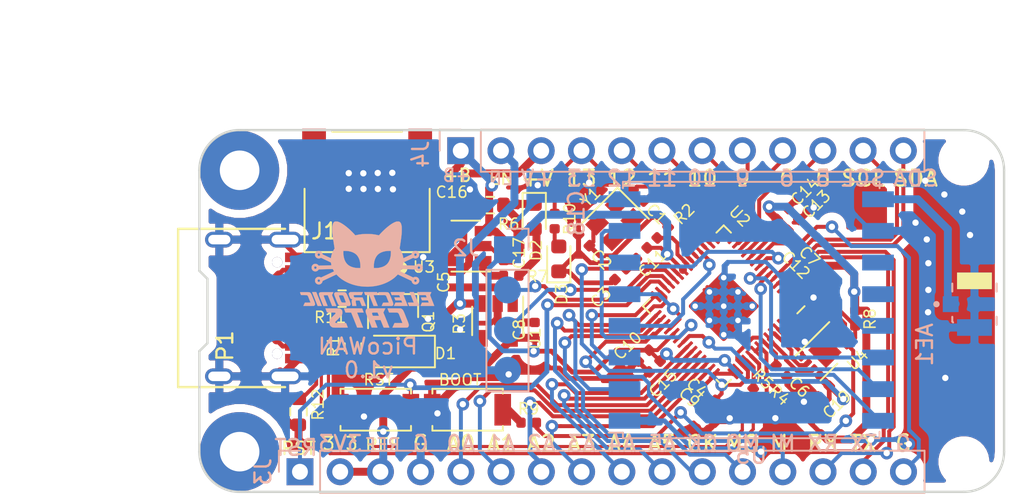
<source format=kicad_pcb>
(kicad_pcb (version 20171130) (host pcbnew "(5.1.6)-1")
  (title_block (title Bast-BLE) (date 2020-05-20) (rev v1.3) (company "Electronic Cats") (comment 1 "Eduardo Contreras"))
  (layers (0 F.Cu signal) (31 B.Cu signal) (34 B.Paste user) (35 F.Paste user) (36 B.SilkS user) (37 F.SilkS user) (38 B.Mask user) (39 F.Mask user) (44 Edge.Cuts user))
  (net 0 "")
  (net 1 +BATT)
  (net 2 GND)
  (net 3 VBUS)
  (net 4 /TX)
  (net 5 /RX)
  (net 6 /A3)
  (net 7 /A2)
  (net 8 /A1)
  (net 9 /A0)
  (net 10 +3V3)
  (net 11 /SDA)
  (net 12 /SCL)
  (net 13 /EN)
  (net 14 "Net-(P1-PadA5)")
  (net 15 "Net-(P1-PadB5)")
  (net 16 /D5)
  (net 17 /D+)
  (net 18 /D6)
  (net 19 /D10)
  (net 20 /D-)
  (net 21 /RST)
  (net 22 /D13)
  (net 23 /D11)
  (net 24 /D9)
  (net 25 /D12)
  (net 26 "Net-(AE1-Pad1)")
  (net 27 "Net-(C1-Pad1)")
  (net 28 "Net-(C2-Pad1)")
  (net 29 +1V2)
  (net 30 "Net-(C5-Pad1)")
  (net 31 "Net-(D2-Pad2)")
  (net 32 "Net-(D3-Pad2)")
  (net 33 /D4)
  (net 34 /CIPO_0)
  (net 35 /COPI_0)
  (net 36 /SCK_0)
  (net 37 /D25)
  (net 38 /D24)
  (net 39 "Net-(R2-Pad2)")
  (net 40 "Net-(R4-Pad2)")
  (net 41 "Net-(R5-Pad2)")
  (net 42 "Net-(R6-Pad1)")
  (net 43 "Net-(R7-Pad1)")
  (net 44 /QSPI_CS)
  (net 45 "Net-(R9-Pad2)")
  (net 46 "Net-(U1-Pad4)")
  (net 47 /QSPI_DATA1)
  (net 48 /QSPI_DATA2)
  (net 49 /QSPI_DATA0)
  (net 50 /QSPI_SCK)
  (net 51 /QSPI_DATA3)
  (net 52 /DIO2)
  (net 53 /DIO5)
  (net 54 /CS_1)
  (net 55 /COPI_1)
  (net 56 /CIPO_1)
  (net 57 /SCK_1)
  (net 58 /RF_RST)
  (net 59 /DIO0)
  (net 60 /DIO1)
  (net 61 "Net-(U4-Pad9)")
  (net 62 "Net-(U5-Pad12)")
  (net 63 "Net-(U5-Pad11)")
  (net 64 /SWCLK)
  (net 65 /SWDIO)
  (module Resistor_SMD:R_0402_1005Metric (layer F.Cu) (at 156.25 87.75 225)
    (fp_text reference R2 (at -1.781909 -0.141421 45) (layer F.SilkS) (effects (font (size 0.7 0.7) (thickness 0.1))))
    (fp_text value 1K)
    (pad 1 smd roundrect (at -0.485 0 225) (size 0.59 0.64) (layers F.Cu F.Paste F.Mask) (net 28 "Net-(C2-Pad1)"))
    (pad 2 smd roundrect (at 0.485 0 225) (size 0.59 0.64) (layers F.Cu F.Paste F.Mask) (net 39 "Net-(R2-Pad2)"))
  )
  (module RF_Module:HOPERF_RFM9XW_SMD (layer B.Cu) (at 161.84 92.65)
    (fp_text reference U5 (at 0 9.2) (layer B.SilkS) (effects (justify mirror)))
    (fp_text value RFM95W-868S2)
    (pad 16 smd rect (at 8 7) (size 2 1) (layers B.Cu B.Paste B.Mask) (net 52 /DIO2))
    (pad 15 smd rect (at 8 5) (size 2 1) (layers B.Cu B.Paste B.Mask) (net 60 /DIO1))
    (pad 14 smd rect (at 8 3) (size 2 1) (layers B.Cu B.Paste B.Mask) (net 59 /DIO0))
    (pad 13 smd rect (at 8 1) (size 2 1) (layers B.Cu B.Paste B.Mask) (net 10 +3V3))
    (pad 12 smd rect (at 8 -1) (size 2 1) (layers B.Cu B.Paste B.Mask) (net 62 "Net-(U5-Pad12)"))
    (pad 11 smd rect (at 8 -3) (size 2 1) (layers B.Cu B.Paste B.Mask) (net 63 "Net-(U5-Pad11)"))
    (pad 10 smd rect (at 8 -5) (size 2 1) (layers B.Cu B.Paste B.Mask) (net 2 GND))
    (pad 9 smd rect (at 8 -7) (size 2 1) (layers B.Cu B.Paste B.Mask) (net 26 "Net-(AE1-Pad1)"))
    (pad 8 smd rect (at -8 -7) (size 2 1) (layers B.Cu B.Paste B.Mask) (net 2 GND))
    (pad 7 smd rect (at -8 -5) (size 2 1) (layers B.Cu B.Paste B.Mask) (net 53 /DIO5))
    (pad 6 smd rect (at -8 -3) (size 2 1) (layers B.Cu B.Paste B.Mask) (net 58 /RF_RST))
    (pad 5 smd rect (at -8 -1) (size 2 1) (layers B.Cu B.Paste B.Mask) (net 54 /CS_1))
    (pad 4 smd rect (at -8 1) (size 2 1) (layers B.Cu B.Paste B.Mask) (net 57 /SCK_1))
    (pad 3 smd rect (at -8 3) (size 2 1) (layers B.Cu B.Paste B.Mask) (net 55 /COPI_1))
    (pad 2 smd rect (at -8 5) (size 2 1) (layers B.Cu B.Paste B.Mask) (net 56 /CIPO_1))
    (pad 1 smd rect (at -8 7) (size 2 1) (layers B.Cu B.Paste B.Mask) (net 2 GND))
  )
  (module Capacitor_SMD:C_0402_1005Metric (layer F.Cu) (at 166.71 90.42 315)
    (fp_text reference C7 (at -1.675843 0.035355 135) (layer F.SilkS) (effects (font (size 0.7 0.7) (thickness 0.1))))
    (fp_text value 1uF)
    (pad 2 smd roundrect (at 0.485 0 315) (size 0.59 0.64) (layers F.Cu F.Paste F.Mask) (net 2 GND))
    (pad 1 smd roundrect (at -0.485 0 315) (size 0.59 0.64) (layers F.Cu F.Paste F.Mask) (net 10 +3V3))
  )
  (module Resistor_SMD:R_0402_1005Metric (layer F.Cu) (at 168.4 93.17 270)
    (fp_text reference R8 (at 0.05 -0.94 90) (layer F.SilkS) (effects (font (size 0.7 0.7) (thickness 0.1))))
    (fp_text value 10K)
    (pad 2 smd roundrect (at 0.485 0 270) (size 0.59 0.64) (layers F.Cu F.Paste F.Mask) (net 44 /QSPI_CS))
    (pad 1 smd roundrect (at -0.485 0 270) (size 0.59 0.64) (layers F.Cu F.Paste F.Mask) (net 10 +3V3))
  )
  (module Aesthetics:electronic_cats_logo_8x6 (layer B.Cu) (at 137.59 90.41 180)
    (fp_text reference G*** hide)
    (fp_text value LOGO hide)
  )
  (module Package_TO_SOT_SMD:SOT-23 (layer F.Cu) (at 139.23 92.4 90)
    (fp_text reference Q1 (at -0.99 2.23 90) (layer F.SilkS) (effects (font (size 0.7 0.7) (thickness 0.1))))
    (fp_text value DMG3415U-7)
    (pad 3 smd rect (at 1 0 90) (size 0.9 0.8) (layers F.Cu F.Paste F.Mask) (net 1 +BATT))
    (pad 2 smd rect (at -1 0.95 90) (size 0.9 0.8) (layers F.Cu F.Paste F.Mask) (net 30 "Net-(C5-Pad1)"))
    (pad 1 smd rect (at -1 -0.95 90) (size 0.9 0.8) (layers F.Cu F.Paste F.Mask) (net 3 VBUS))
  )
  (module Connector_PinHeader_2.54mm:PinHeader_1x04_P2.54mm_Vertical (layer B.Cu) (at 146.45 88.84 180)
    (fp_text reference J2 (at 2.628 0.104) (layer B.SilkS) (effects (justify mirror)))
    (fp_text value SWD)
    (pad 4 smd oval (at 0 -7.62 180) (size 1.7 1.7) (layers B.Cu B.Paste B.Mask) (net 2 GND))
    (pad 3 smd oval (at 0 -5.08 180) (size 1.7 1.7) (layers B.Cu B.Paste B.Mask) (net 64 /SWCLK))
    (pad 2 smd oval (at 0 -2.54 180) (size 1.7 1.7) (layers B.Cu B.Paste B.Mask) (net 65 /SWDIO))
    (pad 1 smd rect (at 0 0 180) (size 1.7 1.7) (layers B.Cu B.Paste B.Mask) (net 10 +3V3))
  )
  (module "pico-wan:JST_S2B-PH-SM4-TB(LF)(SN)" (layer F.Cu) (at 137.59 88.64 180)
    (fp_text reference J1 (at 2.675 0.975) (layer F.SilkS))
    (fp_text value Battery)
    (pad S1 smd rect (at -3.35 5.75 180) (size 1.5 3.4) (layers F.Cu F.Paste F.Mask))
    (pad S2 smd rect (at 3.35 5.75 180) (size 1.5 3.4) (layers F.Cu F.Paste F.Mask))
    (pad 1 smd rect (at -1 0 180) (size 1 3.5) (layers F.Cu F.Paste F.Mask) (net 1 +BATT))
    (pad 2 smd rect (at 1 0 180) (size 1 3.5) (layers F.Cu F.Paste F.Mask) (net 2 GND))
  )
  (module Package_SON:SON-8-1EP_3x2mm_P0.5mm_EP1.4x1.6mm (layer F.Cu) (at 166.48967 95.254645 225)
    (fp_text reference U4 (at -1.07832 -1.849569 45) (layer F.SilkS) (effects (font (size 0.7 0.7) (thickness 0.1))))
    (fp_text value W25Q16JV)
    (pad 9 smd rect (at 0 0 225) (size 1.4 1.6) (layers F.Cu F.Mask) (net 61 "Net-(U4-Pad9)"))
    (pad 8 smd roundrect (at 1.2875 -0.75 225) (size 0.525 0.35) (layers F.Cu F.Paste F.Mask) (net 10 +3V3))
    (pad 7 smd roundrect (at 1.2875 -0.25 225) (size 0.525 0.35) (layers F.Cu F.Paste F.Mask) (net 51 /QSPI_DATA3))
    (pad 6 smd roundrect (at 1.2875 0.25 225) (size 0.525 0.35) (layers F.Cu F.Paste F.Mask) (net 50 /QSPI_SCK))
    (pad 5 smd roundrect (at 1.2875 0.75 225) (size 0.525 0.35) (layers F.Cu F.Paste F.Mask) (net 49 /QSPI_DATA0))
    (pad 4 smd roundrect (at -1.2875 0.75 225) (size 0.525 0.35) (layers F.Cu F.Paste F.Mask) (net 2 GND))
    (pad 3 smd roundrect (at -1.2875 0.25 225) (size 0.525 0.35) (layers F.Cu F.Paste F.Mask) (net 48 /QSPI_DATA2))
    (pad 2 smd roundrect (at -1.2875 -0.25 225) (size 0.525 0.35) (layers F.Cu F.Paste F.Mask) (net 47 /QSPI_DATA1))
    (pad 1 smd roundrect (at -1.2875 -0.75 225) (size 0.525 0.35) (layers F.Cu F.Paste F.Mask) (net 44 /QSPI_CS))
  )
  (module LED_SMD:LED_0603_1608Metric (layer F.Cu) (at 149.69 89.42 90)
    (fp_text reference D3 (at -2.23 0.18 90) (layer F.SilkS) (effects (font (size 0.7 0.7) (thickness 0.1))))
    (fp_text value LED)
    (pad 2 smd roundrect (at 0.7875 0 90) (size 0.875 0.95) (layers F.Cu F.Paste F.Mask) (net 32 "Net-(D3-Pad2)"))
    (pad 1 smd roundrect (at -0.7875 0 90) (size 0.875 0.95) (layers F.Cu F.Paste F.Mask) (net 2 GND))
  )
  (module LED_SMD:LED_0603_1608Metric (layer F.Cu) (at 148.14 86.7325 270)
    (fp_text reference D2 (at 2.1475 -0.12 90) (layer F.SilkS) (effects (font (size 0.7 0.7) (thickness 0.1))))
    (fp_text value LED)
    (pad 2 smd roundrect (at 0.7875 0 270) (size 0.875 0.95) (layers F.Cu F.Paste F.Mask) (net 31 "Net-(D2-Pad2)"))
    (pad 1 smd roundrect (at -0.7875 0 270) (size 0.875 0.95) (layers F.Cu F.Paste F.Mask) (net 2 GND))
  )
  (module MCU_RaspberryPi_and_Boards:RP2040-QFN-56 (layer F.Cu) (at 160.1 92.405 225)
    (fp_text reference U2 (at -4.73408 3.305724 135) (layer F.SilkS) (effects (font (size 0.7 0.7) (thickness 0.1))))
    (fp_text value RP2040)
    (pad 57 smd roundrect (at 0 0 225) (size 3.2 3.2) (layers F.Cu F.Mask) (roundrect_rratio 0.045) (net 2 GND))
    (pad 57 thru_hole circle (at -1.275 -1.275 225) (size 0.6 0.6) (drill 0.35) (layers *.Cu) (net 2 GND))
    (pad 57 thru_hole circle (at 0 -1.275 225) (size 0.6 0.6) (drill 0.35) (layers *.Cu) (net 2 GND))
    (pad 57 thru_hole circle (at 1.275 -1.275 225) (size 0.6 0.6) (drill 0.35) (layers *.Cu) (net 2 GND))
    (pad 57 thru_hole circle (at -1.275 0 225) (size 0.6 0.6) (drill 0.35) (layers *.Cu) (net 2 GND))
    (pad 57 thru_hole circle (at 0 0 225) (size 0.6 0.6) (drill 0.35) (layers *.Cu) (net 2 GND))
    (pad 57 thru_hole circle (at 1.275 0 225) (size 0.6 0.6) (drill 0.35) (layers *.Cu) (net 2 GND))
    (pad 57 thru_hole circle (at -1.275 1.275 225) (size 0.6 0.6) (drill 0.35) (layers *.Cu) (net 2 GND))
    (pad 57 thru_hole circle (at 0 1.275 225) (size 0.6 0.6) (drill 0.35) (layers *.Cu) (net 2 GND))
    (pad 57 thru_hole circle (at 1.275 1.275 225) (size 0.6 0.6) (drill 0.35) (layers *.Cu) (net 2 GND))
    (pad 1 smd roundrect (at -3.4375 -2.6 225) (size 0.875 0.2) (layers F.Cu F.Paste F.Mask) (net 10 +3V3))
    (pad 2 smd roundrect (at -3.4375 -2.2 225) (size 0.875 0.2) (layers F.Cu F.Paste F.Mask) (net 4 /TX))
    (pad 3 smd roundrect (at -3.4375 -1.8 225) (size 0.875 0.2) (layers F.Cu F.Paste F.Mask) (net 5 /RX))
    (pad 4 smd roundrect (at -3.4375 -1.4 225) (size 0.875 0.2) (layers F.Cu F.Paste F.Mask) (net 11 /SDA))
    (pad 5 smd roundrect (at -3.4375 -1 225) (size 0.875 0.2) (layers F.Cu F.Paste F.Mask) (net 12 /SCL))
    (pad 6 smd roundrect (at -3.4375 -0.6 225) (size 0.875 0.2) (layers F.Cu F.Paste F.Mask) (net 60 /DIO1))
    (pad 7 smd roundrect (at -3.4375 -0.2 225) (size 0.875 0.2) (layers F.Cu F.Paste F.Mask) (net 59 /DIO0))
    (pad 8 smd roundrect (at -3.4375 0.2 225) (size 0.875 0.2) (layers F.Cu F.Paste F.Mask) (net 58 /RF_RST))
    (pad 9 smd roundrect (at -3.4375 0.6 225) (size 0.875 0.2) (layers F.Cu F.Paste F.Mask) (net 33 /D4))
    (pad 10 smd roundrect (at -3.4375 1 225) (size 0.875 0.2) (layers F.Cu F.Paste F.Mask) (net 10 +3V3))
    (pad 11 smd roundrect (at -3.4375 1.4 225) (size 0.875 0.2) (layers F.Cu F.Paste F.Mask) (net 16 /D5))
    (pad 12 smd roundrect (at -3.4375 1.8 225) (size 0.875 0.2) (layers F.Cu F.Paste F.Mask) (net 18 /D6))
    (pad 13 smd roundrect (at -3.4375 2.2 225) (size 0.875 0.2) (layers F.Cu F.Paste F.Mask) (net 24 /D9))
    (pad 14 smd roundrect (at -3.4375 2.6 225) (size 0.875 0.2) (layers F.Cu F.Paste F.Mask) (net 19 /D10))
    (pad 15 smd roundrect (at -2.6 3.4375 225) (size 0.2 0.875) (layers F.Cu F.Paste F.Mask) (net 23 /D11))
    (pad 16 smd roundrect (at -2.2 3.4375 225) (size 0.2 0.875) (layers F.Cu F.Paste F.Mask) (net 25 /D12))
    (pad 17 smd roundrect (at -1.8 3.4375 225) (size 0.2 0.875) (layers F.Cu F.Paste F.Mask) (net 22 /D13))
    (pad 18 smd roundrect (at -1.4 3.4375 225) (size 0.2 0.875) (layers F.Cu F.Paste F.Mask) (net 57 /SCK_1))
    (pad 19 smd roundrect (at -1 3.4375 225) (size 0.2 0.875) (layers F.Cu F.Paste F.Mask) (net 2 GND))
    (pad 20 smd roundrect (at -0.6 3.4375 225) (size 0.2 0.875) (layers F.Cu F.Paste F.Mask) (net 27 "Net-(C1-Pad1)"))
    (pad 21 smd roundrect (at -0.2 3.4375 225) (size 0.2 0.875) (layers F.Cu F.Paste F.Mask) (net 39 "Net-(R2-Pad2)"))
    (pad 22 smd roundrect (at 0.2 3.4375 225) (size 0.2 0.875) (layers F.Cu F.Paste F.Mask) (net 10 +3V3))
    (pad 23 smd roundrect (at 0.6 3.4375 225) (size 0.2 0.875) (layers F.Cu F.Paste F.Mask) (net 29 +1V2))
    (pad 24 smd roundrect (at 1 3.4375 225) (size 0.2 0.875) (layers F.Cu F.Paste F.Mask) (net 64 /SWCLK))
    (pad 25 smd roundrect (at 1.4 3.4375 225) (size 0.2 0.875) (layers F.Cu F.Paste F.Mask) (net 65 /SWDIO))
    (pad 26 smd roundrect (at 1.8 3.4375 225) (size 0.2 0.875) (layers F.Cu F.Paste F.Mask) (net 21 /RST))
    (pad 27 smd roundrect (at 2.2 3.4375 225) (size 0.2 0.875) (layers F.Cu F.Paste F.Mask) (net 56 /CIPO_1))
    (pad 28 smd roundrect (at 2.6 3.4375 225) (size 0.2 0.875) (layers F.Cu F.Paste F.Mask) (net 55 /COPI_1))
    (pad 29 smd roundrect (at 3.4375 2.6 225) (size 0.875 0.2) (layers F.Cu F.Paste F.Mask) (net 36 /SCK_0))
    (pad 30 smd roundrect (at 3.4375 2.2 225) (size 0.875 0.2) (layers F.Cu F.Paste F.Mask) (net 35 /COPI_0))
    (pad 31 smd roundrect (at 3.4375 1.8 225) (size 0.875 0.2) (layers F.Cu F.Paste F.Mask) (net 34 /CIPO_0))
    (pad 32 smd roundrect (at 3.4375 1.4 225) (size 0.875 0.2) (layers F.Cu F.Paste F.Mask) (net 54 /CS_1))
    (pad 33 smd roundrect (at 3.4375 1 225) (size 0.875 0.2) (layers F.Cu F.Paste F.Mask) (net 10 +3V3))
    (pad 34 smd roundrect (at 3.4375 0.6 225) (size 0.875 0.2) (layers F.Cu F.Paste F.Mask) (net 53 /DIO5))
    (pad 35 smd roundrect (at 3.4375 0.2 225) (size 0.875 0.2) (layers F.Cu F.Paste F.Mask) (net 52 /DIO2))
    (pad 36 smd roundrect (at 3.4375 -0.2 225) (size 0.875 0.2) (layers F.Cu F.Paste F.Mask) (net 38 /D24))
    (pad 37 smd roundrect (at 3.4375 -0.6 225) (size 0.875 0.2) (layers F.Cu F.Paste F.Mask) (net 37 /D25))
    (pad 38 smd roundrect (at 3.4375 -1 225) (size 0.875 0.2) (layers F.Cu F.Paste F.Mask) (net 9 /A0))
    (pad 39 smd roundrect (at 3.4375 -1.4 225) (size 0.875 0.2) (layers F.Cu F.Paste F.Mask) (net 8 /A1))
    (pad 40 smd roundrect (at 3.4375 -1.8 225) (size 0.875 0.2) (layers F.Cu F.Paste F.Mask) (net 7 /A2))
    (pad 41 smd roundrect (at 3.4375 -2.2 225) (size 0.875 0.2) (layers F.Cu F.Paste F.Mask) (net 6 /A3))
    (pad 42 smd roundrect (at 3.4375 -2.6 225) (size 0.875 0.2) (layers F.Cu F.Paste F.Mask) (net 10 +3V3))
    (pad 43 smd roundrect (at 2.6 -3.4375 225) (size 0.2 0.875) (layers F.Cu F.Paste F.Mask) (net 10 +3V3))
    (pad 44 smd roundrect (at 2.2 -3.4375 225) (size 0.2 0.875) (layers F.Cu F.Paste F.Mask) (net 10 +3V3))
    (pad 45 smd roundrect (at 1.8 -3.4375 225) (size 0.2 0.875) (layers F.Cu F.Paste F.Mask) (net 29 +1V2))
    (pad 46 smd roundrect (at 1.4 -3.4375 225) (size 0.2 0.875) (layers F.Cu F.Paste F.Mask) (net 41 "Net-(R5-Pad2)"))
    (pad 47 smd roundrect (at 1 -3.4375 225) (size 0.2 0.875) (layers F.Cu F.Paste F.Mask) (net 40 "Net-(R4-Pad2)"))
    (pad 48 smd roundrect (at 0.6 -3.4375 225) (size 0.2 0.875) (layers F.Cu F.Paste F.Mask) (net 10 +3V3))
    (pad 49 smd roundrect (at 0.2 -3.4375 225) (size 0.2 0.875) (layers F.Cu F.Paste F.Mask) (net 10 +3V3))
    (pad 50 smd roundrect (at -0.2 -3.4375 225) (size 0.2 0.875) (layers F.Cu F.Paste F.Mask) (net 29 +1V2))
    (pad 51 smd roundrect (at -0.6 -3.4375 225) (size 0.2 0.875) (layers F.Cu F.Paste F.Mask) (net 51 /QSPI_DATA3))
    (pad 52 smd roundrect (at -1 -3.4375 225) (size 0.2 0.875) (layers F.Cu F.Paste F.Mask) (net 50 /QSPI_SCK))
    (pad 53 smd roundrect (at -1.4 -3.4375 225) (size 0.2 0.875) (layers F.Cu F.Paste F.Mask) (net 49 /QSPI_DATA0))
    (pad 54 smd roundrect (at -1.8 -3.4375 225) (size 0.2 0.875) (layers F.Cu F.Paste F.Mask) (net 48 /QSPI_DATA2))
    (pad 55 smd roundrect (at -2.2 -3.4375 225) (size 0.2 0.875) (layers F.Cu F.Paste F.Mask) (net 47 /QSPI_DATA1))
    (pad 56 smd roundrect (at -2.6 -3.4375 225) (size 0.2 0.875) (layers F.Cu F.Paste F.Mask) (net 44 /QSPI_CS))
  )
  (module Resistor_SMD:R_0603_1608Metric (layer F.Cu) (at 133.26 99.08 90)
    (fp_text reference R12 (at 0.46 1.23 90) (layer F.SilkS) (effects (font (size 0.7 0.7) (thickness 0.1))))
    (fp_text value 5K1)
    (pad 2 smd roundrect (at 0.825 0 90) (size 0.8 0.95) (layers F.Cu F.Paste F.Mask) (net 15 "Net-(P1-PadB5)"))
    (pad 1 smd roundrect (at -0.825 0 90) (size 0.8 0.95) (layers F.Cu F.Paste F.Mask) (net 2 GND))
  )
  (module Resistor_SMD:R_0603_1608Metric (layer F.Cu) (at 136.01 91.93 180)
    (fp_text reference R11 (at 0.75 -1.18) (layer F.SilkS) (effects (font (size 0.7 0.7) (thickness 0.1))))
    (fp_text value 5K1)
    (pad 2 smd roundrect (at 0.825 0 180) (size 0.8 0.95) (layers F.Cu F.Paste F.Mask) (net 14 "Net-(P1-PadA5)"))
    (pad 1 smd roundrect (at -0.825 0 180) (size 0.8 0.95) (layers F.Cu F.Paste F.Mask) (net 2 GND))
  )
  (module Resistor_SMD:R_0603_1608Metric (layer F.Cu) (at 145.37 86.02)
    (fp_text reference R6 (at 1.16 1.2) (layer F.SilkS) (effects (font (size 0.7 0.7) (thickness 0.1))))
    (fp_text value 2K)
    (pad 2 smd roundrect (at 0.825 0) (size 0.8 0.95) (layers F.Cu F.Paste F.Mask) (net 2 GND))
    (pad 1 smd roundrect (at -0.825 0) (size 0.8 0.95) (layers F.Cu F.Paste F.Mask) (net 42 "Net-(R6-Pad1)"))
  )
  (module Resistor_SMD:R_0603_1608Metric (layer F.Cu) (at 136.7 94.99 90)
    (fp_text reference R1 (at 0.04 -1.23 90) (layer F.SilkS) (effects (font (size 0.7 0.7) (thickness 0.1))))
    (fp_text value 100K)
    (pad 2 smd roundrect (at 0.825 0 90) (size 0.8 0.95) (layers F.Cu F.Paste F.Mask) (net 2 GND))
    (pad 1 smd roundrect (at -0.825 0 90) (size 0.8 0.95) (layers F.Cu F.Paste F.Mask) (net 3 VBUS))
  )
  (module Diode_SMD:D_SOD-123F (layer F.Cu) (at 139.67 95.27 180)
    (fp_text reference D1 (at -2.87 -0.125) (layer F.SilkS) (effects (font (size 0.7 0.7) (thickness 0.1))))
    (fp_text value MBR120)
    (pad 2 smd rect (at 1.4 0 180) (size 1.1 1.1) (layers F.Cu F.Paste F.Mask) (net 3 VBUS))
    (pad 1 smd rect (at -1.4 0 180) (size 1.1 1.1) (layers F.Cu F.Paste F.Mask) (net 30 "Net-(C5-Pad1)"))
  )
  (module Package_TO_SOT_SMD:SOT-23-5 (layer F.Cu) (at 143.81 88.61 180)
    (fp_text reference U3 (at 2.63 -1.32) (layer F.SilkS) (effects (font (size 0.7 0.7) (thickness 0.1))))
    (fp_text value MCP73831-2-OT)
    (pad 5 smd rect (at 1.1 -0.95 180) (size 1.06 0.65) (layers F.Cu F.Paste F.Mask) (net 42 "Net-(R6-Pad1)"))
    (pad 4 smd rect (at 1.1 0.95 180) (size 1.06 0.65) (layers F.Cu F.Paste F.Mask) (net 3 VBUS))
    (pad 3 smd rect (at -1.1 0.95 180) (size 1.06 0.65) (layers F.Cu F.Paste F.Mask) (net 1 +BATT))
    (pad 2 smd rect (at -1.1 0 180) (size 1.06 0.65) (layers F.Cu F.Paste F.Mask) (net 2 GND))
    (pad 1 smd rect (at -1.1 -0.95 180) (size 1.06 0.65) (layers F.Cu F.Paste F.Mask) (net 43 "Net-(R7-Pad1)"))
  )
  (module Package_TO_SOT_SMD:SOT-23-5 (layer F.Cu) (at 145.83 93.34 270)
    (fp_text reference U1 (at 1.11 -2.35 270) (layer F.SilkS) (effects (font (size 0.7 0.7) (thickness 0.1))))
    (fp_text value AP2112K-3.3)
    (pad 5 smd rect (at 1.1 -0.95 270) (size 1.06 0.65) (layers F.Cu F.Paste F.Mask) (net 10 +3V3))
    (pad 4 smd rect (at 1.1 0.95 270) (size 1.06 0.65) (layers F.Cu F.Paste F.Mask) (net 46 "Net-(U1-Pad4)"))
    (pad 3 smd rect (at -1.1 0.95 270) (size 1.06 0.65) (layers F.Cu F.Paste F.Mask) (net 13 /EN))
    (pad 2 smd rect (at -1.1 0 270) (size 1.06 0.65) (layers F.Cu F.Paste F.Mask) (net 2 GND))
    (pad 1 smd rect (at -1.1 -0.95 270) (size 1.06 0.65) (layers F.Cu F.Paste F.Mask) (net 30 "Net-(C5-Pad1)"))
  )
  (module Connector_PinHeader_2.54mm:PinHeader_1x12_P2.54mm_Vertical (layer B.Cu) (at 143.5 82.58 270)
    (fp_text reference J4 (at 0.224 2.53 270) (layer B.SilkS) (effects (justify mirror)))
    (fp_text value Conn_right)
    (pad 12 thru_hole oval (at 0 -27.94 270) (size 1.7 1.7) (drill 1) (layers *.Cu *.Mask) (net 11 /SDA))
    (pad 11 thru_hole oval (at 0 -25.4 270) (size 1.7 1.7) (drill 1) (layers *.Cu *.Mask) (net 12 /SCL))
    (pad 10 thru_hole oval (at 0 -22.86 270) (size 1.7 1.7) (drill 1) (layers *.Cu *.Mask) (net 16 /D5))
    (pad 9 thru_hole oval (at 0 -20.32 270) (size 1.7 1.7) (drill 1) (layers *.Cu *.Mask) (net 18 /D6))
    (pad 8 thru_hole oval (at 0 -17.78 270) (size 1.7 1.7) (drill 1) (layers *.Cu *.Mask) (net 24 /D9))
    (pad 7 thru_hole oval (at 0 -15.24 270) (size 1.7 1.7) (drill 1) (layers *.Cu *.Mask) (net 19 /D10))
    (pad 6 thru_hole oval (at 0 -12.7 270) (size 1.7 1.7) (drill 1) (layers *.Cu *.Mask) (net 23 /D11))
    (pad 5 thru_hole oval (at 0 -10.16 270) (size 1.7 1.7) (drill 1) (layers *.Cu *.Mask) (net 25 /D12))
    (pad 4 thru_hole oval (at 0 -7.62 270) (size 1.7 1.7) (drill 1) (layers *.Cu *.Mask) (net 22 /D13))
    (pad 3 thru_hole oval (at 0 -5.08 270) (size 1.7 1.7) (drill 1) (layers *.Cu *.Mask) (net 3 VBUS))
    (pad 2 thru_hole oval (at 0 -2.54 270) (size 1.7 1.7) (drill 1) (layers *.Cu *.Mask) (net 13 /EN))
    (pad 1 thru_hole rect (at 0 0 270) (size 1.7 1.7) (drill 1) (layers *.Cu *.Mask) (net 1 +BATT))
  )
  (module MountingHole:MountingHole_2.5mm_Pad (layer F.Cu) (at 129.54 83.82)
    (fp_text reference REF** hide)
    (fp_text value MountingHole_2.5mm_Pad hide)
    (pad 1 thru_hole circle (at 0 0) (size 5 5) (drill 2.5) (layers *.Cu *.Mask))
  )
  (module MountingHole:MountingHole_2.5mm_Pad (layer F.Cu) (at 129.54 101.6)
    (fp_text reference REF** hide)
    (fp_text value MountingHole_2.5mm_Pad hide)
    (pad 1 thru_hole circle (at 0 0) (size 5 5) (drill 2.5) (layers *.Cu *.Mask))
  )
  (module MountingHole:MountingHole_2.2mm_M2 (layer F.Cu) (at 175.26 102.235)
    (fp_text reference REF** hide)
    (fp_text value MountingHole_2.2mm_M2 hide)
    (pad 1 np_thru_hole circle (at 0 0) (size 2.2 2.2) (drill 2.2) (layers *.Cu *.Mask))
  )
  (module MountingHole:MountingHole_2.2mm_M2 (layer F.Cu) (at 175.26 83.185)
    (fp_text reference REF** hide)
    (fp_text value MountingHole_2.2mm_M2 hide)
    (pad 1 np_thru_hole circle (at 0 0) (size 2.2 2.2) (drill 2.2) (layers *.Cu *.Mask))
  )
  (module Connector_PinHeader_2.54mm:PinHeader_1x16_P2.54mm_Vertical (layer B.Cu) (at 133.35 102.87 270)
    (fp_text reference J3 (at 0 2.33 270) (layer B.SilkS) (effects (justify mirror)))
    (fp_text value Conn_left)
    (pad 16 thru_hole oval (at 0 -38.1 270) (size 1.7 1.7) (drill 1) (layers *.Cu *.Mask) (net 33 /D4))
    (pad 15 thru_hole oval (at 0 -35.56 270) (size 1.7 1.7) (drill 1) (layers *.Cu *.Mask) (net 4 /TX))
    (pad 14 thru_hole oval (at 0 -33.02 270) (size 1.7 1.7) (drill 1) (layers *.Cu *.Mask) (net 5 /RX))
    (pad 13 thru_hole oval (at 0 -30.48 270) (size 1.7 1.7) (drill 1) (layers *.Cu *.Mask) (net 34 /CIPO_0))
    (pad 12 thru_hole oval (at 0 -27.94 270) (size 1.7 1.7) (drill 1) (layers *.Cu *.Mask) (net 35 /COPI_0))
    (pad 11 thru_hole oval (at 0 -25.4 270) (size 1.7 1.7) (drill 1) (layers *.Cu *.Mask) (net 36 /SCK_0))
    (pad 10 thru_hole oval (at 0 -22.86 270) (size 1.7 1.7) (drill 1) (layers *.Cu *.Mask) (net 37 /D25))
    (pad 9 thru_hole oval (at 0 -20.32 270) (size 1.7 1.7) (drill 1) (layers *.Cu *.Mask) (net 38 /D24))
    (pad 8 thru_hole oval (at 0 -17.78 270) (size 1.7 1.7) (drill 1) (layers *.Cu *.Mask) (net 6 /A3))
    (pad 7 thru_hole oval (at 0 -15.24 270) (size 1.7 1.7) (drill 1) (layers *.Cu *.Mask) (net 7 /A2))
    (pad 6 thru_hole oval (at 0 -12.7 270) (size 1.7 1.7) (drill 1) (layers *.Cu *.Mask) (net 8 /A1))
    (pad 5 thru_hole oval (at 0 -10.16 270) (size 1.7 1.7) (drill 1) (layers *.Cu *.Mask) (net 9 /A0))
    (pad 4 thru_hole oval (at 0 -7.62 270) (size 1.7 1.7) (drill 1) (layers *.Cu *.Mask) (net 2 GND))
    (pad 3 thru_hole oval (at 0 -5.08 270) (size 1.7 1.7) (drill 1) (layers *.Cu *.Mask) (net 10 +3V3))
    (pad 2 thru_hole oval (at 0 -2.54 270) (size 1.7 1.7) (drill 1) (layers *.Cu *.Mask) (net 10 +3V3))
    (pad 1 thru_hole rect (at 0 0 270) (size 1.7 1.7) (drill 1) (layers *.Cu *.Mask) (net 21 /RST))
  )
  (module Connectors_ElectronicCats:C393939 (layer F.Cu) (at 132.41 92.52 270)
    (fp_text reference P1 (at 2.395 3.79 90) (layer F.SilkS))
    (fp_text value USB_C_Plug_USB2.0)
    (pad B5 smd rect (at 1.75 -0.825 270) (size 0.3 1.65) (layers F.Cu F.Paste F.Mask) (net 15 "Net-(P1-PadB5)"))
    (pad B8 smd rect (at 1.25 -0.825 270) (size 0.3 1.65) (layers F.Cu F.Paste F.Mask))
    (pad A6 smd rect (at 0.75 -0.825 270) (size 0.3 1.65) (layers F.Cu F.Paste F.Mask) (net 17 /D+))
    (pad A7 smd rect (at 0.25 -0.825 270) (size 0.3 1.65) (layers F.Cu F.Paste F.Mask) (net 20 /D-))
    (pad A6 smd rect (at -0.25 -0.825 270) (size 0.3 1.65) (layers F.Cu F.Paste F.Mask) (net 17 /D+))
    (pad A7 smd rect (at -0.75 -0.825 270) (size 0.3 1.65) (layers F.Cu F.Paste F.Mask) (net 20 /D-))
    (pad A5 smd rect (at -1.25 -0.825 270) (size 0.3 1.65) (layers F.Cu F.Paste F.Mask) (net 14 "Net-(P1-PadA5)"))
    (pad A8 smd rect (at -1.75 -0.825 270) (size 0.3 1.65) (layers F.Cu F.Paste F.Mask))
    (pad A4 smd rect (at 2.4 -0.825 270) (size 0.6 1.65) (layers F.Cu F.Paste F.Mask) (net 3 VBUS))
    (pad A4 smd rect (at -2.4 -0.825 270) (size 0.6 1.65) (layers F.Cu F.Paste F.Mask) (net 3 VBUS))
    (pad A1 smd rect (at 3.2 -0.825 270) (size 0.6 1.65) (layers F.Cu F.Paste F.Mask) (net 2 GND))
    (pad A1 smd rect (at -3.2 -0.825 270) (size 0.6 1.65) (layers F.Cu F.Paste F.Mask) (net 2 GND))
    (pad "" thru_hole circle (at 2.89 0.5 270) (size 0.65 0.65) (drill 0.65) (layers *.Cu *.Mask))
    (pad "" thru_hole circle (at -2.89 0.5 270) (size 0.65 0.65) (drill 0.65) (layers *.Cu *.Mask))
    (pad S1 thru_hole oval (at 4.32 4.15 270) (size 1 1.8) (drill oval 0.6 1.4) (layers *.Cu *.Mask) (net 2 GND))
    (pad S1 thru_hole oval (at -4.32 4.15 270) (size 1 1.8) (drill oval 0.6 1.4) (layers *.Cu *.Mask) (net 2 GND))
    (pad S1 thru_hole oval (at 4.32 0 270) (size 1 2.1) (drill oval 0.6 1.7) (layers *.Cu *.Mask) (net 2 GND))
    (pad S1 thru_hole oval (at -4.32 0 270) (size 1 2.1) (drill oval 0.6 1.7) (layers *.Cu *.Mask) (net 2 GND))
  )
  (module Crystal:Crystal_SMD_2520-4Pin_2.5x2.0mm (layer F.Cu) (at 153.22 87.07 225)
    (fp_text reference Y1 (at -0.028284 2.177889 45) (layer F.SilkS) (effects (font (size 0.7 0.7) (thickness 0.1))))
    (fp_text value 12Mhz)
    (pad 1 smd rect (at -0.875 0.7 225) (size 1.15 1) (layers F.Cu F.Paste F.Mask) (net 27 "Net-(C1-Pad1)"))
    (pad 2 smd rect (at 0.875 0.7 225) (size 1.15 1) (layers F.Cu F.Paste F.Mask) (net 28 "Net-(C2-Pad1)"))
    (pad 3 smd rect (at 0.875 -0.7 225) (size 1.15 1) (layers F.Cu F.Paste F.Mask))
    (pad 4 smd rect (at -0.875 -0.7 225) (size 1.15 1) (layers F.Cu F.Paste F.Mask))
  )
  (module Capacitor_SMD:C_0402_1005Metric (layer F.Cu) (at 153.58 90.38 225)
    (fp_text reference C3 (at 1.916259 -0.176777 45) (layer F.SilkS) (effects (font (size 0.7 0.7) (thickness 0.1))))
    (fp_text value 1uF)
    (pad 1 smd roundrect (at -0.485 0 225) (size 0.59 0.64) (layers F.Cu F.Paste F.Mask) (net 29 +1V2))
    (pad 2 smd roundrect (at 0.485 0 225) (size 0.59 0.64) (layers F.Cu F.Paste F.Mask) (net 2 GND))
  )
  (module Capacitor_SMD:C_0402_1005Metric (layer F.Cu) (at 159.89 98.7 315)
    (fp_text reference C4 (at -1.85262 0.254558 135) (layer F.SilkS) (effects (font (size 0.7 0.7) (thickness 0.1))))
    (fp_text value 0.1uF)
    (pad 2 smd roundrect (at 0.485 0 315) (size 0.59 0.64) (layers F.Cu F.Paste F.Mask) (net 2 GND))
    (pad 1 smd roundrect (at -0.485 0 315) (size 0.59 0.64) (layers F.Cu F.Paste F.Mask) (net 29 +1V2))
  )
  (module Capacitor_SMD:C_0402_1005Metric (layer F.Cu) (at 163.74 96.49 315)
    (fp_text reference C6 (at 1.534422 -0.06364 135) (layer F.SilkS) (effects (font (size 0.7 0.7) (thickness 0.1))))
    (fp_text value 0.1uF)
    (pad 1 smd roundrect (at -0.485 0 315) (size 0.59 0.64) (layers F.Cu F.Paste F.Mask) (net 29 +1V2))
    (pad 2 smd roundrect (at 0.485 0 315) (size 0.59 0.64) (layers F.Cu F.Paste F.Mask) (net 2 GND))
  )
  (module Capacitor_SMD:C_0402_1005Metric (layer F.Cu) (at 159.2 99.4 315)
    (fp_text reference C9 (at -1.774838 0.035355 135) (layer F.SilkS) (effects (font (size 0.7 0.7) (thickness 0.1))))
    (fp_text value 0.1uF)
    (pad 1 smd roundrect (at -0.485 0 315) (size 0.59 0.64) (layers F.Cu F.Paste F.Mask) (net 10 +3V3))
    (pad 2 smd roundrect (at 0.485 0 315) (size 0.59 0.64) (layers F.Cu F.Paste F.Mask) (net 2 GND))
  )
  (module Capacitor_SMD:C_0402_1005Metric (layer F.Cu) (at 155.05 95.53 225)
    (fp_text reference C10 (at 0.275772 1.152584 45) (layer F.SilkS) (effects (font (size 0.7 0.7) (thickness 0.1))))
    (fp_text value 0.1uF)
    (pad 1 smd roundrect (at -0.485 0 225) (size 0.59 0.64) (layers F.Cu F.Paste F.Mask) (net 10 +3V3))
    (pad 2 smd roundrect (at 0.485 0 225) (size 0.59 0.64) (layers F.Cu F.Paste F.Mask) (net 2 GND))
  )
  (module Capacitor_SMD:C_0402_1005Metric (layer F.Cu) (at 154.93 89.06 225)
    (fp_text reference C11 (at -0.021213 -0.92631 45) (layer F.SilkS) (effects (font (size 0.7 0.7) (thickness 0.1))))
    (fp_text value 0.1uF)
    (pad 1 smd roundrect (at -0.485 0 225) (size 0.59 0.64) (layers F.Cu F.Paste F.Mask) (net 10 +3V3))
    (pad 2 smd roundrect (at 0.485 0 225) (size 0.59 0.64) (layers F.Cu F.Paste F.Mask) (net 2 GND))
  )
  (module Capacitor_SMD:C_0402_1005Metric (layer F.Cu) (at 166.03 91.08 315)
    (fp_text reference C12 (at -1.880904 0.070711 135) (layer F.SilkS) (effects (font (size 0.7 0.7) (thickness 0.1))))
    (fp_text value 0.1uF)
    (pad 2 smd roundrect (at 0.485 0 315) (size 0.59 0.64) (layers F.Cu F.Paste F.Mask) (net 2 GND))
    (pad 1 smd roundrect (at -0.485 0 315) (size 0.59 0.64) (layers F.Cu F.Paste F.Mask) (net 10 +3V3))
  )
  (module Capacitor_SMD:C_0402_1005Metric (layer F.Cu) (at 164.5 87.27 45)
    (fp_text reference C13 (at 1.937473 0.113137 45) (layer F.SilkS) (effects (font (size 0.7 0.7) (thickness 0.1))))
    (fp_text value 0.1uF)
    (pad 1 smd roundrect (at -0.485 0 45) (size 0.59 0.64) (layers F.Cu F.Paste F.Mask) (net 10 +3V3))
    (pad 2 smd roundrect (at 0.485 0 45) (size 0.59 0.64) (layers F.Cu F.Paste F.Mask) (net 2 GND))
  )
  (module Capacitor_SMD:C_0402_1005Metric (layer F.Cu) (at 163.82 86.58 45)
    (fp_text reference C14 (at 2.008183 -0.014142 45) (layer F.SilkS) (effects (font (size 0.7 0.7) (thickness 0.1))))
    (fp_text value 0.1uF)
    (pad 2 smd roundrect (at 0.485 0 45) (size 0.59 0.64) (layers F.Cu F.Paste F.Mask) (net 2 GND))
    (pad 1 smd roundrect (at -0.485 0 45) (size 0.59 0.64) (layers F.Cu F.Paste F.Mask) (net 10 +3V3))
  )
  (module Capacitor_SMD:C_0402_1005Metric (layer F.Cu) (at 155.74 96.22 225)
    (fp_text reference C15 (at 0.388909 -1.138442 45) (layer F.SilkS) (effects (font (size 0.7 0.7) (thickness 0.1))))
    (fp_text value 0.1uF)
    (pad 1 smd roundrect (at -0.485 0 225) (size 0.59 0.64) (layers F.Cu F.Paste F.Mask) (net 10 +3V3))
    (pad 2 smd roundrect (at 0.485 0 225) (size 0.59 0.64) (layers F.Cu F.Paste F.Mask) (net 2 GND))
  )
  (module Resistor_SMD:R_0402_1005Metric (layer F.Cu) (at 162.31 98.64 45)
    (fp_text reference R4 (at 1.357645 0.480833 135) (layer F.SilkS) (effects (font (size 0.7 0.7) (thickness 0.1))))
    (fp_text value 27)
    (pad 2 smd roundrect (at 0.485 0 45) (size 0.59 0.64) (layers F.Cu F.Paste F.Mask) (net 40 "Net-(R4-Pad2)"))
    (pad 1 smd roundrect (at -0.485 0 45) (size 0.59 0.64) (layers F.Cu F.Paste F.Mask) (net 17 /D+))
  )
  (module Resistor_SMD:R_0402_1005Metric (layer F.Cu) (at 161.62 97.96 45)
    (fp_text reference R5 (at 1.343503 0 135) (layer F.SilkS) (effects (font (size 0.7 0.7) (thickness 0.1))))
    (fp_text value 27)
    (pad 1 smd roundrect (at -0.485 0 45) (size 0.59 0.64) (layers F.Cu F.Paste F.Mask) (net 20 /D-))
    (pad 2 smd roundrect (at 0.485 0 45) (size 0.59 0.64) (layers F.Cu F.Paste F.Mask) (net 41 "Net-(R5-Pad2)"))
  )
  (module Capacitor_SMD:C_0402_1005Metric (layer F.Cu) (at 148.17 93.92 90)
    (fp_text reference C8 (at 0.02 -0.98 90) (layer F.SilkS) (effects (font (size 0.7 0.7) (thickness 0.1))))
    (fp_text value 1uF)
    (pad 1 smd roundrect (at -0.485 0 90) (size 0.59 0.64) (layers F.Cu F.Paste F.Mask) (net 10 +3V3))
    (pad 2 smd roundrect (at 0.485 0 90) (size 0.59 0.64) (layers F.Cu F.Paste F.Mask) (net 2 GND))
  )
  (module Capacitor_SMD:C_0402_1005Metric (layer B.Cu) (at 151.8 86.14 90)
    (fp_text reference C18 (at -0.39 -1 90) (layer B.SilkS) (effects (justify mirror)))
    (fp_text value 0.1uF)
    (pad 2 smd roundrect (at 0.485 0 90) (size 0.59 0.64) (layers B.Cu B.Paste B.Mask) (net 2 GND))
    (pad 1 smd roundrect (at -0.485 0 90) (size 0.59 0.64) (layers B.Cu B.Paste B.Mask) (net 10 +3V3))
  )
  (module Capacitor_SMD:C_0402_1005Metric (layer F.Cu) (at 166.42 97.8 225)
    (fp_text reference C19 (at 0 -1.17 45) (layer F.SilkS) (effects (font (size 0.7 0.7) (thickness 0.1))))
    (fp_text value 0.1uF)
    (pad 1 smd roundrect (at -0.485 0 225) (size 0.59 0.64) (layers F.Cu F.Paste F.Mask) (net 10 +3V3))
    (pad 2 smd roundrect (at 0.485 0 225) (size 0.59 0.64) (layers F.Cu F.Paste F.Mask) (net 2 GND))
  )
  (module Capacitor_SMD:C_0402_1005Metric (layer F.Cu) (at 141.44 91.63 270)
    (fp_text reference C5 (at -0.74 -0.98 90) (layer F.SilkS) (effects (font (size 0.7 0.7) (thickness 0.1))))
    (fp_text value 4.7uF)
    (pad 2 smd roundrect (at 0.485 0 270) (size 0.59 0.64) (layers F.Cu F.Paste F.Mask) (net 2 GND))
    (pad 1 smd roundrect (at -0.485 0 270) (size 0.59 0.64) (layers F.Cu F.Paste F.Mask) (net 30 "Net-(C5-Pad1)"))
  )
  (module Capacitor_SMD:C_0402_1005Metric (layer F.Cu) (at 142.89 86.08)
    (fp_text reference C16 (at 0.04 -0.88) (layer F.SilkS) (effects (font (size 0.7 0.7) (thickness 0.1))))
    (fp_text value 10uF)
    (pad 1 smd roundrect (at -0.485 0) (size 0.59 0.64) (layers F.Cu F.Paste F.Mask) (net 3 VBUS))
    (pad 2 smd roundrect (at 0.485 0) (size 0.59 0.64) (layers F.Cu F.Paste F.Mask) (net 2 GND))
  )
  (module Capacitor_SMD:C_0402_1005Metric (layer F.Cu) (at 146.22 89.04 270)
    (fp_text reference C17 (at 0.01 -0.97 90) (layer F.SilkS) (effects (font (size 0.7 0.7) (thickness 0.1))))
    (fp_text value 10uF)
    (pad 1 smd roundrect (at -0.485 0 270) (size 0.59 0.64) (layers F.Cu F.Paste F.Mask) (net 1 +BATT))
    (pad 2 smd roundrect (at 0.485 0 270) (size 0.59 0.64) (layers F.Cu F.Paste F.Mask) (net 2 GND))
  )
  (module Resistor_SMD:R_0402_1005Metric (layer F.Cu) (at 142.44 93.54 90)
    (fp_text reference R3 (at 0.02 0.97 90) (layer F.SilkS) (effects (font (size 0.7 0.7) (thickness 0.1))))
    (fp_text value 10K)
    (pad 1 smd roundrect (at -0.485 0 90) (size 0.59 0.64) (layers F.Cu F.Paste F.Mask) (net 30 "Net-(C5-Pad1)"))
    (pad 2 smd roundrect (at 0.485 0 90) (size 0.59 0.64) (layers F.Cu F.Paste F.Mask) (net 13 /EN))
  )
  (module Resistor_SMD:R_0402_1005Metric (layer F.Cu) (at 146.68 90.48)
    (fp_text reference R7 (at 1.66 0.05) (layer F.SilkS) (effects (font (size 0.7 0.7) (thickness 0.1))))
    (fp_text value 1K)
    (pad 2 smd roundrect (at 0.485 0) (size 0.59 0.64) (layers F.Cu F.Paste F.Mask) (net 31 "Net-(D2-Pad2)"))
    (pad 1 smd roundrect (at -0.485 0) (size 0.59 0.64) (layers F.Cu F.Paste F.Mask) (net 43 "Net-(R7-Pad1)"))
  )
  (module Resistor_SMD:R_0402_1005Metric (layer F.Cu) (at 147.79 99.77 180)
    (fp_text reference R9 (at 0 0.88) (layer F.SilkS) (effects (font (size 0.7 0.7) (thickness 0.1))))
    (fp_text value 1K)
    (pad 1 smd roundrect (at -0.485 0 180) (size 0.59 0.64) (layers F.Cu F.Paste F.Mask) (net 44 /QSPI_CS))
    (pad 2 smd roundrect (at 0.485 0 180) (size 0.59 0.64) (layers F.Cu F.Paste F.Mask) (net 45 "Net-(R9-Pad2)"))
  )
  (module Resistor_SMD:R_0402_1005Metric (layer F.Cu) (at 149.43 87.03 90)
    (fp_text reference R10 (at 0.14 0.95 90) (layer F.SilkS) (effects (font (size 0.7 0.7) (thickness 0.1))))
    (fp_text value 10K)
    (pad 2 smd roundrect (at 0.485 0 90) (size 0.59 0.64) (layers F.Cu F.Paste F.Mask) (net 22 /D13))
    (pad 1 smd roundrect (at -0.485 0 90) (size 0.59 0.64) (layers F.Cu F.Paste F.Mask) (net 32 "Net-(D3-Pad2)"))
  )
  (module Connectors:C455281 (layer F.Cu) (at 144.18 95.79)
    (fp_text reference BOOT (at -0.72 1.27) (layer F.SilkS) (effects (font (size 0.7 0.7) (thickness 0.1))))
    (fp_text value BOOT)
    (pad 2 smd rect (at 1.97 3.16) (size 1.05 2) (layers F.Cu F.Paste F.Mask) (net 45 "Net-(R9-Pad2)"))
    (pad 1 smd rect (at -2.48 3.16) (size 1.05 2) (layers F.Cu F.Paste F.Mask) (net 2 GND))
  )
  (module Connectors:C455281 (layer F.Cu) (at 138.38 95.79)
    (fp_text reference RST (at -0.07 1.26) (layer F.SilkS) (effects (font (size 0.7 0.7) (thickness 0.1))))
    (fp_text value RESET)
    (pad 1 smd rect (at -2.48 3.16) (size 1.05 2) (layers F.Cu F.Paste F.Mask) (net 2 GND))
    (pad 2 smd rect (at 1.97 3.16) (size 1.05 2) (layers F.Cu F.Paste F.Mask) (net 21 /RST))
  )
  (module Capacitor_SMD:C_0402_1005Metric (layer F.Cu) (at 154.72 85.42 135)
    (fp_text reference C1 (at -1.626346 -0.014142 135) (layer F.SilkS) (effects (font (size 0.7 0.7) (thickness 0.1))))
    (fp_text value 22pF)
    (pad 1 smd roundrect (at -0.485 0 135) (size 0.59 0.64) (layers F.Cu F.Paste F.Mask) (net 27 "Net-(C1-Pad1)"))
    (pad 2 smd roundrect (at 0.485 0 135) (size 0.59 0.64) (layers F.Cu F.Paste F.Mask) (net 2 GND))
  )
  (module Capacitor_SMD:C_0402_1005Metric (layer F.Cu) (at 151.28 88.24 135)
    (fp_text reference C2 (at -1.633417 -0.091924 135) (layer F.SilkS) (effects (font (size 0.7 0.7) (thickness 0.1))))
    (fp_text value 22pF)
    (pad 2 smd roundrect (at 0.485 0 135) (size 0.59 0.64) (layers F.Cu F.Paste F.Mask) (net 2 GND))
    (pad 1 smd roundrect (at -0.485 0 135) (size 0.59 0.64) (layers F.Cu F.Paste F.Mask) (net 28 "Net-(C2-Pad1)"))
  )
  (module Connectors:MOLEX_1661 (layer B.Cu) (at 175.93 92.28 90)
    (fp_text reference AE1 (at -2.56 -3.14 90) (layer B.SilkS) (effects (justify mirror)))
    (fp_text value Antenna_Shield)
    (pad 1 smd rect (at 0 -1.5 90) (size 1 1) (layers B.Cu B.Paste B.Mask) (net 26 "Net-(AE1-Pad1)"))
    (pad 2 smd rect (at -1.475 0 90) (size 1.05 2.2) (layers B.Cu B.Paste B.Mask) (net 2 GND))
    (pad 2 smd rect (at 1.475 0 90) (size 1.05 2.2) (layers B.Cu B.Paste F.SilkS B.Mask) (net 2 GND))
  )
  (gr_text v1.0 (at 137.7 96.44) (layer B.SilkS) (effects (font (size 1 1)) (justify mirror)))
  (gr_text PicoWAN (at 137.64 94.94) (layer B.SilkS) (effects (font (size 1 1)) (justify mirror)))
  (gr_line (start 177.8 101.6) (end 177.8 83.82) (layer Edge.Cuts) (width 0.15))
  (gr_text G (at 171.45 101.1) (layer B.SilkS) (effects (font (size 1 1)) (justify mirror)))
  (gr_text G (at 171.44 101.05) (layer F.SilkS) (effects (font (size 1 1))))
  (gr_text +B (at 143.256 84.14) (layer B.SilkS) (effects (font (size 0.8 0.8) (thickness 0.12)) (justify mirror)))
  (gr_text EN (at 146.05 84.328) (layer B.SilkS) (effects (font (size 0.8 0.8) (thickness 0.12)) (justify mirror)))
  (gr_text +V (at 148.336 84.328) (layer B.SilkS) (effects (font (size 1 1)) (justify mirror)))
  (gr_text 12 (at 153.67 84.328) (layer B.SilkS) (effects (font (size 1 1)) (justify mirror)))
  (gr_text 13 (at 151.13 84.328) (layer B.SilkS) (effects (font (size 1 1)) (justify mirror)))
  (gr_text 11 (at 156.21 84.328) (layer B.SilkS) (effects (font (size 1 1)) (justify mirror)))
  (gr_text 11 (at 156.21 84.328) (layer B.SilkS) (effects (font (size 1 1)) (justify mirror)))
  (gr_text 10 (at 158.75 84.328) (layer B.SilkS) (effects (font (size 1 1)) (justify mirror)))
  (gr_text 9 (at 161.29 84.328) (layer B.SilkS) (effects (font (size 1 1)) (justify mirror)))
  (gr_text 6 (at 164.084 84.328) (layer B.SilkS) (effects (font (size 1 1)) (justify mirror)))
  (gr_text 5 (at 166.37 84.328) (layer B.SilkS) (effects (font (size 1 1)) (justify mirror)))
  (gr_text SCL (at 168.91 84.328) (layer B.SilkS) (effects (font (size 1 1)) (justify mirror)))
  (gr_text SDA (at 172.212 84.328) (layer B.SilkS) (effects (font (size 1 1)) (justify mirror)))
  (gr_text TX (at 168.91 101.092) (layer B.SilkS) (effects (font (size 1 1)) (justify mirror)))
  (gr_text RX (at 166.37 101.092) (layer B.SilkS) (effects (font (size 1 1)) (justify mirror)))
  (gr_text MI (at 163.83 101.092) (layer B.SilkS) (effects (font (size 1 1)) (justify mirror)))
  (gr_text MO (at 161.29 101.092) (layer B.SilkS) (effects (font (size 1 1)) (justify mirror)))
  (gr_text CK (at 158.75 101.092) (layer B.SilkS) (effects (font (size 1 1)) (justify mirror)))
  (gr_text A5 (at 156.21 101.092) (layer B.SilkS) (effects (font (size 1 1)) (justify mirror)))
  (gr_text A4 (at 153.67 101.092) (layer B.SilkS) (effects (font (size 1 1)) (justify mirror)))
  (gr_text A3 (at 151.13 101.092) (layer B.SilkS) (effects (font (size 1 1)) (justify mirror)))
  (gr_text A1 (at 146.05 101.092) (layer B.SilkS) (effects (font (size 1 1)) (justify mirror)))
  (gr_text A2 (at 148.59 101.092) (layer B.SilkS) (effects (font (size 1 1)) (justify mirror)))
  (gr_text A0 (at 143.51 101.092) (layer B.SilkS) (effects (font (size 1 1)) (justify mirror)))
  (gr_text G (at 140.97 101.092) (layer B.SilkS) (effects (font (size 1 1)) (justify mirror)))
  (gr_text REF (at 138.575 101.175) (layer B.SilkS) (effects (font (size 0.8 0.8) (thickness 0.12)) (justify mirror)))
  (gr_text 3V3 (at 135.89 101.092) (layer B.SilkS) (effects (font (size 1 1)) (justify mirror)))
  (gr_text RST (at 133.096 101.346) (layer B.SilkS) (effects (font (size 1 1)) (justify mirror)))
  (gr_text RST (at 133.27 101.39) (layer F.SilkS) (effects (font (size 0.8 0.8) (thickness 0.12))))
  (gr_text 3V3 (at 135.89 101.092) (layer F.SilkS) (effects (font (size 0.8 0.8) (thickness 0.12))))
  (gr_text REF (at 138.575 101.175) (layer F.SilkS) (effects (font (size 0.8 0.8) (thickness 0.12))))
  (gr_text G (at 140.97 101.092) (layer F.SilkS) (effects (font (size 1 1))))
  (gr_text A0 (at 143.51 101.092) (layer F.SilkS) (effects (font (size 1 1))))
  (gr_text A1 (at 146.05 101.092) (layer F.SilkS) (effects (font (size 1 1))))
  (gr_text A2 (at 148.59 101.092) (layer F.SilkS) (effects (font (size 1 1))))
  (gr_text A3 (at 151.13 101.092) (layer F.SilkS) (effects (font (size 1 1))))
  (gr_text A4 (at 153.67 101.092) (layer F.SilkS) (effects (font (size 1 1))))
  (gr_text A5 (at 156.21 101.092) (layer F.SilkS) (effects (font (size 1 1))))
  (gr_text CK (at 158.75 101.092) (layer F.SilkS) (effects (font (size 1 1))))
  (gr_text MO (at 161.29 101.092) (layer F.SilkS) (effects (font (size 1 1))))
  (gr_text MI (at 163.83 101.092) (layer F.SilkS) (effects (font (size 1 1))))
  (gr_text RX (at 166.37 101.092) (layer F.SilkS) (effects (font (size 1 1))))
  (gr_text TX (at 168.91 101.092) (layer F.SilkS) (effects (font (size 1 1))))
  (gr_text SDA (at 172.212 84.328) (layer F.SilkS) (effects (font (size 1 1))))
  (gr_text SCL (at 168.91 84.328) (layer F.SilkS) (effects (font (size 1 1))))
  (gr_text 5 (at 166.37 84.328) (layer F.SilkS) (effects (font (size 1 1))))
  (gr_text 6 (at 164.084 84.328) (layer F.SilkS) (effects (font (size 1 1))))
  (gr_text 9 (at 161.29 84.328) (layer F.SilkS) (effects (font (size 1 1))))
  (gr_text 10 (at 158.75 84.328) (layer F.SilkS) (effects (font (size 1 1))))
  (gr_text 11 (at 156.21 84.328) (layer F.SilkS) (effects (font (size 1 1))))
  (gr_text 12 (at 153.67 84.328) (layer F.SilkS) (effects (font (size 1 1))))
  (gr_text 13 (at 151.13 84.328) (layer F.SilkS) (effects (font (size 1 1))))
  (gr_text +V (at 148.336 84.328) (layer F.SilkS) (effects (font (size 1 1))))
  (gr_text EN (at 146.05 84.328) (layer F.SilkS) (effects (font (size 0.8 0.8) (thickness 0.12))))
  (gr_text +B (at 143.27 84.14) (layer F.SilkS) (effects (font (size 0.8 0.8) (thickness 0.12))))
  (gr_arc (start 129.54 101.6) (end 127 101.6) (angle -90) (layer Edge.Cuts) (width 0.15))
  (gr_line (start 127 95.25) (end 127 101.6) (layer Edge.Cuts) (width 0.15))
  (gr_line (start 127.508 94.742) (end 127 95.25) (layer Edge.Cuts) (width 0.15))
  (gr_line (start 127.508 90.678) (end 127.508 94.742) (layer Edge.Cuts) (width 0.15))
  (gr_line (start 127 90.17) (end 127.508 90.678) (layer Edge.Cuts) (width 0.15))
  (gr_line (start 127 83.82) (end 127 90.17) (layer Edge.Cuts) (width 0.15))
  (gr_arc (start 129.54 83.82) (end 129.54 81.28) (angle -90) (layer Edge.Cuts) (width 0.15))
  (gr_arc (start 175.26 101.6) (end 175.26 104.14) (angle -90) (layer Edge.Cuts) (width 0.15))
  (gr_line (start 175.26 81.28) (end 129.54 81.28) (layer Edge.Cuts) (width 0.15))
  (gr_arc (start 175.26 83.82) (end 177.8 83.82) (angle -90) (layer Edge.Cuts) (width 0.15))
  (gr_line (start 129.54 104.14) (end 175.26 104.14) (layer Edge.Cuts) (width 0.15))
  (segment (start 144.935 87.685) (end 144.91 87.66) (width 0.5) (layer F.Cu) (net 1))
  (segment (start 138.59 90.76) (end 139.23 91.4) (width 0.5) (layer F.Cu) (net 1))
  (segment (start 138.59 88.64) (end 138.59 90.76) (width 0.5) (layer F.Cu) (net 1))
  (segment (start 146.22 88.21) (end 145.695 87.685) (width 0.5) (layer F.Cu) (net 1))
  (segment (start 146.22 88.555) (end 146.22 88.21) (width 0.5) (layer F.Cu) (net 1))
  (segment (start 145.695 87.685) (end 144.935 87.685) (width 0.5) (layer F.Cu) (net 1))
  (segment (start 138.59 88.64) (end 138.59 88.33) (width 0.5) (layer F.Cu) (net 1))
  (segment (start 143.5 83.42) (end 143.5 82.58) (width 0.5) (layer F.Cu) (net 1))
  (segment (start 138.59 88.33) (end 143.5 83.42) (width 0.5) (layer F.Cu) (net 1))
  (via (at 145.46 84.77) (size 0.8) (drill 0.4) (layers F.Cu B.Cu) (net 1))
  (segment (start 145.29501 84.93499) (end 145.46 84.77) (width 0.5) (layer F.Cu) (net 1))
  (segment (start 144.91 87.66) (end 145.29501 87.27499) (width 0.5) (layer F.Cu) (net 1))
  (segment (start 145.29501 87.27499) (end 145.29501 84.93499) (width 0.5) (layer F.Cu) (net 1))
  (segment (start 145.46 84.54) (end 143.5 82.58) (width 0.5) (layer B.Cu) (net 1))
  (segment (start 145.46 84.77) (end 145.46 84.54) (width 0.5) (layer B.Cu) (net 1))
  (segment (start 144.82 88.61) (end 144.865 88.655) (width 0.3) (layer F.Cu) (net 2))
  (segment (start 133.26 99.905) (end 132.595 99.905) (width 0.25) (layer F.Cu) (net 2))
  (segment (start 132.595 99.905) (end 132.18 99.49) (width 0.25) (layer F.Cu) (net 2))
  (segment (start 132.1 88.18) (end 132.1 88.475) (width 0.3) (layer F.Cu) (net 2))
  (segment (start 164.84 86.95) (end 164.16 86.27) (width 0.25) (layer F.Cu) (net 2))
  (segment (start 135.6 98.6) (end 135.9 98.9) (width 0.5) (layer F.Cu) (net 2))
  (segment (start 135.6 94.64) (end 135.6 98.6) (width 0.5) (layer F.Cu) (net 2))
  (segment (start 136.7 94.165) (end 136.075 94.165) (width 0.5) (layer F.Cu) (net 2))
  (segment (start 136.075 94.165) (end 135.6 94.64) (width 0.5) (layer F.Cu) (net 2))
  (segment (start 132.42 96.555) (end 133.245 95.73) (width 0.5) (layer F.Cu) (net 2))
  (segment (start 132.1 96.82) (end 132.1 96.525) (width 0.5) (layer F.Cu) (net 2))
  (via (at 165.219391 94.660608) (size 0.8) (drill 0.4) (layers F.Cu B.Cu) (net 2))
  (segment (start 166.066084 93.813915) (end 165.219391 94.660608) (width 0.25) (layer F.Cu) (net 2))
  (segment (start 166.86974 93.813915) (end 166.066084 93.813915) (width 0.25) (layer F.Cu) (net 2))
  (segment (start 167.052947 90.762947) (end 167.032947 90.762947) (width 0.25) (layer F.Cu) (net 2))
  (segment (start 167.032947 90.762947) (end 166.372947 91.422947) (width 0.25) (layer F.Cu) (net 2))
  (segment (start 154.69 95.89) (end 155.38 96.58) (width 0.3) (layer F.Cu) (net 2))
  (via (at 174.09 96.94) (size 0.8) (drill 0.4) (layers F.Cu B.Cu) (net 2))
  (segment (start 175.9 95.13) (end 174.09 96.94) (width 0.5) (layer F.Cu) (net 2))
  (segment (start 175.9 93.83) (end 175.9 95.13) (width 0.5) (layer F.Cu) (net 2))
  (segment (start 145.995 93.435) (end 148.17 93.435) (width 0.5) (layer F.Cu) (net 2))
  (segment (start 145.83 93.27) (end 145.995 93.435) (width 0.5) (layer F.Cu) (net 2))
  (segment (start 145.83 92.24) (end 145.83 93.27) (width 0.5) (layer F.Cu) (net 2))
  (segment (start 133.26 99.905) (end 132.785 99.905) (width 0.5) (layer F.Cu) (net 2))
  (segment (start 132.42 99.25) (end 132.42 96.85) (width 0.5) (layer F.Cu) (net 2))
  (segment (start 132.785 99.905) (end 132.1 99.22) (width 0.5) (layer F.Cu) (net 2))
  (via (at 151.6 84.61) (size 0.8) (drill 0.4) (layers F.Cu B.Cu) (net 2))
  (segment (start 152.067053 85.077053) (end 151.6 84.61) (width 0.25) (layer F.Cu) (net 2))
  (segment (start 158.010011 88.900798) (end 158.01001 85.82502) (width 0.25) (layer F.Cu) (net 2))
  (segment (start 157.035769 84.850779) (end 154.603327 84.850779) (width 0.25) (layer F.Cu) (net 2))
  (segment (start 154.603327 84.850779) (end 154.377053 85.077053) (width 0.25) (layer F.Cu) (net 2))
  (segment (start 158.01001 85.82502) (end 157.035769 84.850779) (width 0.25) (layer F.Cu) (net 2))
  (segment (start 158.376427 89.267214) (end 158.010011 88.900798) (width 0.25) (layer F.Cu) (net 2))
  (segment (start 160.1 89.85) (end 160.1 90.601878) (width 0.25) (layer B.Cu) (net 2))
  (segment (start 165.219391 94.660608) (end 164.409392 94.660608) (width 0.25) (layer B.Cu) (net 2))
  (segment (start 163.74 93.991216) (end 163.74 90.59) (width 0.25) (layer B.Cu) (net 2))
  (segment (start 160.34 89.61) (end 160.1 89.85) (width 0.25) (layer B.Cu) (net 2))
  (segment (start 163.74 90.59) (end 162.76 89.61) (width 0.25) (layer B.Cu) (net 2))
  (segment (start 164.409392 94.660608) (end 163.74 93.991216) (width 0.25) (layer B.Cu) (net 2))
  (segment (start 162.76 89.61) (end 160.34 89.61) (width 0.25) (layer B.Cu) (net 2))
  (segment (start 159.542947 99.742947) (end 159.542947 99.732947) (width 0.25) (layer F.Cu) (net 2))
  (segment (start 164.725094 97.475094) (end 164.725094 97.964906) (width 0.25) (layer F.Cu) (net 2))
  (segment (start 164.082947 96.832947) (end 164.725094 97.475094) (width 0.25) (layer F.Cu) (net 2))
  (segment (start 166.077053 98.142947) (end 164.903135 98.142947) (width 0.25) (layer F.Cu) (net 2))
  (segment (start 164.903135 98.142947) (end 164.725094 97.964906) (width 0.25) (layer F.Cu) (net 2))
  (segment (start 169.84 87.65) (end 169.43 87.65) (width 0.25) (layer B.Cu) (net 2))
  (segment (start 169.43 87.65) (end 168.22 86.44) (width 0.25) (layer B.Cu) (net 2))
  (via (at 165.78 86.17) (size 0.8) (drill 0.4) (layers F.Cu B.Cu) (net 2))
  (segment (start 164.512947 87.127053) (end 164.692947 87.127053) (width 0.25) (layer F.Cu) (net 2))
  (segment (start 165.022947 86.927053) (end 165.78 86.17) (width 0.25) (layer F.Cu) (net 2))
  (segment (start 160.232947 99.042947) (end 159.542947 99.732947) (width 0.25) (layer F.Cu) (net 2))
  (segment (start 145.305 88.61) (end 146.22 89.525) (width 0.25) (layer F.Cu) (net 2))
  (segment (start 144.91 88.61) (end 145.305 88.61) (width 0.25) (layer F.Cu) (net 2))
  (segment (start 147.08 86.905) (end 146.195 86.02) (width 0.5) (layer F.Cu) (net 2))
  (segment (start 147.08 89.2) (end 147.08 86.905) (width 0.5) (layer F.Cu) (net 2))
  (segment (start 146.22 89.525) (end 146.755 89.525) (width 0.5) (layer F.Cu) (net 2))
  (segment (start 146.755 89.525) (end 147.08 89.2) (width 0.5) (layer F.Cu) (net 2))
  (via (at 148.36 84.76) (size 0.8) (drill 0.4) (layers F.Cu B.Cu) (net 2))
  (segment (start 148.14 85.945) (end 148.14 84.98) (width 0.25) (layer F.Cu) (net 2))
  (segment (start 148.14 84.98) (end 148.36 84.76) (width 0.25) (layer F.Cu) (net 2))
  (via (at 141.13 89.31) (size 0.8) (drill 0.4) (layers F.Cu B.Cu) (net 2))
  (segment (start 141.13 89.875685) (end 141.13 89.31) (width 0.5) (layer F.Cu) (net 2))
  (segment (start 141.489316 90.235001) (end 141.13 89.875685) (width 0.5) (layer F.Cu) (net 2))
  (segment (start 144.374998 88.61) (end 144.029999 88.954999) (width 0.5) (layer F.Cu) (net 2))
  (segment (start 144.91 88.61) (end 144.374998 88.61) (width 0.5) (layer F.Cu) (net 2))
  (segment (start 144.029999 88.954999) (end 144.029999 89.725003) (width 0.5) (layer F.Cu) (net 2))
  (segment (start 144.029999 89.725003) (end 143.520001 90.235001) (width 0.5) (layer F.Cu) (net 2))
  (segment (start 143.520001 90.235001) (end 141.489316 90.235001) (width 0.5) (layer F.Cu) (net 2))
  (via (at 141.44 93.21) (size 0.8) (drill 0.4) (layers F.Cu B.Cu) (net 2))
  (segment (start 141.44 92.115) (end 141.44 93.21) (width 0.25) (layer F.Cu) (net 2))
  (via (at 137.39 99.38) (size 0.8) (drill 0.4) (layers F.Cu B.Cu) (net 2))
  (segment (start 136.96 98.95) (end 137.39 99.38) (width 0.5) (layer F.Cu) (net 2))
  (segment (start 135.9 98.95) (end 136.96 98.95) (width 0.5) (layer F.Cu) (net 2))
  (via (at 144.08 85.03) (size 0.8) (drill 0.4) (layers F.Cu B.Cu) (net 2))
  (segment (start 143.375 86.08) (end 143.375 85.735) (width 0.5) (layer F.Cu) (net 2))
  (segment (start 143.375 85.735) (end 144.08 85.03) (width 0.5) (layer F.Cu) (net 2))
  (via (at 146.525011 96.71501) (size 0.8) (drill 0.4) (layers F.Cu B.Cu) (net 2))
  (segment (start 166.372947 91.422947) (end 166.207053 91.422947) (width 0.3) (layer F.Cu) (net 2))
  (via (at 165.77 91.86) (size 0.8) (drill 0.4) (layers F.Cu B.Cu) (net 2))
  (segment (start 166.207053 91.422947) (end 165.77 91.86) (width 0.3) (layer F.Cu) (net 2))
  (segment (start 146.347019 96.893002) (end 146.525011 96.71501) (width 0.5) (layer F.Cu) (net 2))
  (segment (start 143.756998 96.893002) (end 146.347019 96.893002) (width 0.5) (layer F.Cu) (net 2))
  (segment (start 141.7 98.95) (end 143.756998 96.893002) (width 0.5) (layer F.Cu) (net 2))
  (via (at 142.03 99.18) (size 0.8) (drill 0.4) (layers F.Cu B.Cu) (net 2))
  (segment (start 141.7 98.95) (end 141.8 98.95) (width 0.3) (layer F.Cu) (net 2))
  (segment (start 141.8 98.95) (end 142.03 99.18) (width 0.3) (layer F.Cu) (net 2))
  (segment (start 146.92501 96.315011) (end 146.525011 96.71501) (width 0.3) (layer F.Cu) (net 2))
  (segment (start 150.374311 96.97001) (end 149.719312 96.315011) (width 0.3) (layer F.Cu) (net 2))
  (segment (start 149.719312 96.315011) (end 146.92501 96.315011) (width 0.3) (layer F.Cu) (net 2))
  (segment (start 154.98999 96.97001) (end 150.374311 96.97001) (width 0.3) (layer F.Cu) (net 2))
  (segment (start 155.397053 96.562947) (end 154.98999 96.97001) (width 0.3) (layer F.Cu) (net 2))
  (via (at 165.163713 98.446287) (size 0.8) (drill 0.4) (layers F.Cu B.Cu) (net 2))
  (segment (start 164.082947 96.832947) (end 164.082947 97.365521) (width 0.3) (layer F.Cu) (net 2))
  (segment (start 164.082947 97.365521) (end 165.163713 98.446287) (width 0.3) (layer F.Cu) (net 2))
  (via (at 163.36 99.48387) (size 0.8) (drill 0.4) (layers F.Cu B.Cu) (net 2))
  (segment (start 160.237053 99.732947) (end 160.48 99.49) (width 0.25) (layer F.Cu) (net 2))
  (via (at 160.48 99.49) (size 0.8) (drill 0.4) (layers F.Cu B.Cu) (net 2))
  (segment (start 159.542947 99.732947) (end 160.237053 99.732947) (width 0.25) (layer F.Cu) (net 2))
  (via (at 143.46 93.88) (size 0.8) (drill 0.4) (layers F.Cu B.Cu) (net 2))
  (segment (start 145.83 92.24) (end 145.83 93.07) (width 0.3) (layer F.Cu) (net 2))
  (segment (start 145.83 93.07) (end 145.419999 93.480001) (width 0.3) (layer F.Cu) (net 2))
  (segment (start 143.859999 93.480001) (end 143.46 93.88) (width 0.3) (layer F.Cu) (net 2))
  (segment (start 145.419999 93.480001) (end 143.859999 93.480001) (width 0.3) (layer F.Cu) (net 2))
  (segment (start 153.84 99.65) (end 156.360344 99.65) (width 0.3) (layer B.Cu) (net 2))
  (segment (start 163.36 99.48387) (end 162.45 100.39387) (width 0.3) (layer F.Cu) (net 2))
  (segment (start 156.360344 99.65) (end 158.125345 101.415001) (width 0.3) (layer B.Cu) (net 2))
  (via (at 162.45 101.6) (size 0.8) (drill 0.4) (layers F.Cu B.Cu) (net 2))
  (segment (start 162.45 100.39387) (end 162.45 101.6) (width 0.3) (layer F.Cu) (net 2))
  (segment (start 162.265001 101.415001) (end 162.45 101.6) (width 0.3) (layer B.Cu) (net 2))
  (segment (start 158.125345 101.415001) (end 162.265001 101.415001) (width 0.3) (layer B.Cu) (net 2))
  (segment (start 162.45 101.6) (end 168.636116 101.6) (width 0.3) (layer F.Cu) (net 2))
  (via (at 169.398058 100.838058) (size 0.8) (drill 0.4) (layers F.Cu B.Cu) (net 2))
  (segment (start 168.636116 101.6) (end 169.398058 100.838058) (width 0.3) (layer F.Cu) (net 2))
  (segment (start 151.7 84.71) (end 151.6 84.61) (width 0.3) (layer F.Cu) (net 2))
  (segment (start 154.377053 85.077053) (end 154.01 84.71) (width 0.3) (layer F.Cu) (net 2))
  (segment (start 154.01 84.71) (end 151.7 84.71) (width 0.3) (layer F.Cu) (net 2))
  (segment (start 151.029541 90.931543) (end 150.305498 90.2075) (width 0.3) (layer F.Cu) (net 2))
  (segment (start 153.028457 90.931543) (end 151.029541 90.931543) (width 0.3) (layer F.Cu) (net 2))
  (segment (start 153.237053 90.722947) (end 153.028457 90.931543) (width 0.3) (layer F.Cu) (net 2))
  (segment (start 150.305498 90.2075) (end 149.69 90.2075) (width 0.3) (layer F.Cu) (net 2))
  (segment (start 150.937053 88.925051) (end 150.937053 87.897053) (width 0.3) (layer F.Cu) (net 2))
  (segment (start 153.458301 89.662043) (end 151.674045 89.662043) (width 0.3) (layer F.Cu) (net 2))
  (segment (start 153.717397 89.402947) (end 153.458301 89.662043) (width 0.3) (layer F.Cu) (net 2))
  (segment (start 154.587053 89.402947) (end 153.717397 89.402947) (width 0.3) (layer F.Cu) (net 2))
  (segment (start 150.937053 87.897053) (end 150.937053 86.127053) (width 0.3) (layer F.Cu) (net 2))
  (segment (start 150.937053 86.127053) (end 150.74 85.93) (width 0.3) (layer F.Cu) (net 2))
  (segment (start 150.937053 88.960447) (end 150.937053 87.897053) (width 0.3) (layer F.Cu) (net 2))
  (segment (start 151.13625 89.25375) (end 151.201001 89.188999) (width 0.3) (layer F.Cu) (net 2))
  (segment (start 150.64375 89.25375) (end 151.13625 89.25375) (width 0.3) (layer F.Cu) (net 2))
  (segment (start 149.69 90.2075) (end 150.64375 89.25375) (width 0.3) (layer F.Cu) (net 2))
  (segment (start 151.201001 89.188999) (end 150.937053 88.925051) (width 0.3) (layer F.Cu) (net 2))
  (segment (start 150.64375 89.25375) (end 150.937053 88.960447) (width 0.3) (layer F.Cu) (net 2))
  (segment (start 151.674045 89.662043) (end 151.201001 89.188999) (width 0.3) (layer F.Cu) (net 2))
  (segment (start 133.175 89.26) (end 134.68 89.26) (width 0.3) (layer F.Cu) (net 2))
  (segment (start 132.42 88.505) (end 133.175 89.26) (width 0.3) (layer F.Cu) (net 2))
  (segment (start 175.94 90.85) (end 175.94 88.2) (width 0.5) (layer F.Cu) (net 2))
  (segment (start 175.94 88.2) (end 175.65 87.91) (width 0.5) (layer F.Cu) (net 2))
  (via (at 175.65 87.91) (size 0.8) (drill 0.4) (layers F.Cu B.Cu) (net 2))
  (via (at 136.43 84) (size 0.8) (drill 0.4) (layers F.Cu B.Cu) (net 2))
  (via (at 137.35 84.01) (size 0.8) (drill 0.4) (layers F.Cu B.Cu) (net 2))
  (via (at 138.26 83.99) (size 0.8) (drill 0.4) (layers F.Cu B.Cu) (net 2))
  (via (at 139.18 83.98) (size 0.8) (drill 0.4) (layers F.Cu B.Cu) (net 2))
  (via (at 136.43 84.99) (size 0.8) (drill 0.4) (layers F.Cu B.Cu) (net 2))
  (via (at 137.36 85) (size 0.8) (drill 0.4) (layers F.Cu B.Cu) (net 2))
  (via (at 138.27 85) (size 0.8) (drill 0.4) (layers F.Cu B.Cu) (net 2))
  (via (at 139.22 85.02) (size 0.8) (drill 0.4) (layers F.Cu B.Cu) (net 2))
  (via (at 173.02 91.38) (size 0.8) (drill 0.4) (layers F.Cu B.Cu) (net 2))
  (via (at 173.02 89.69) (size 0.8) (drill 0.4) (layers F.Cu B.Cu) (net 2))
  (via (at 172.92 88.19) (size 0.8) (drill 0.4) (layers F.Cu B.Cu) (net 2))
  (via (at 172.21 87.13) (size 0.8) (drill 0.4) (layers F.Cu B.Cu) (net 2))
  (via (at 175.16 86.43) (size 0.8) (drill 0.4) (layers F.Cu B.Cu) (net 2))
  (via (at 174.03 85.35) (size 0.8) (drill 0.4) (layers F.Cu B.Cu) (net 2))
  (via (at 172.82 84.48) (size 0.8) (drill 0.4) (layers F.Cu B.Cu) (net 2))
  (via (at 173 92.79) (size 0.8) (drill 0.4) (layers F.Cu B.Cu) (net 2))
  (via (at 171.79 101.12) (size 0.8) (drill 0.4) (layers F.Cu B.Cu) (net 2))
  (segment (start 169.398058 100.838058) (end 171.508058 100.838058) (width 0.3) (layer B.Cu) (net 2))
  (segment (start 171.508058 100.838058) (end 171.79 101.12) (width 0.3) (layer B.Cu) (net 2))
  (segment (start 133.245 90.13) (end 132.281002 90.13) (width 0.3) (layer F.Cu) (net 3))
  (segment (start 138.27 95.27) (end 138.27 94.61) (width 0.3) (layer F.Cu) (net 3))
  (segment (start 142.405 87.355) (end 142.71 87.66) (width 0.5) (layer F.Cu) (net 3))
  (segment (start 142.405 86.08) (end 142.405 87.355) (width 0.5) (layer F.Cu) (net 3))
  (segment (start 142.405 86.08) (end 142.405 85.388532) (width 0.5) (layer F.Cu) (net 3))
  (segment (start 142.405 85.388532) (end 143.773532 84.02) (width 0.5) (layer F.Cu) (net 3))
  (segment (start 147.14 84.02) (end 148.58 82.58) (width 0.5) (layer F.Cu) (net 3))
  (segment (start 143.773532 84.02) (end 147.14 84.02) (width 0.5) (layer F.Cu) (net 3))
  (segment (start 132.26 94.93) (end 133.245 94.93) (width 0.3) (layer F.Cu) (net 3))
  (segment (start 133.245 90.13) (end 134.59 90.13) (width 0.5) (layer F.Cu) (net 3))
  (segment (start 134.59 90.13) (end 135.36499 90.90499) (width 0.5) (layer F.Cu) (net 3))
  (segment (start 137.725 95.815) (end 138.27 95.27) (width 0.5) (layer F.Cu) (net 3))
  (segment (start 136.7 95.815) (end 137.725 95.815) (width 0.5) (layer F.Cu) (net 3))
  (segment (start 138.27 93.41) (end 138.28 93.4) (width 0.5) (layer F.Cu) (net 3))
  (segment (start 138.27 95.27) (end 138.27 93.41) (width 0.5) (layer F.Cu) (net 3))
  (segment (start 138.28 91.68) (end 138.28 93.4) (width 0.5) (layer F.Cu) (net 3))
  (segment (start 135.36499 90.90499) (end 137.50499 90.90499) (width 0.5) (layer F.Cu) (net 3))
  (segment (start 137.50499 90.90499) (end 138.28 91.68) (width 0.5) (layer F.Cu) (net 3))
  (segment (start 140.15 91.960002) (end 138.710002 93.4) (width 0.5) (layer F.Cu) (net 3))
  (segment (start 140.15 88.459996) (end 140.15 91.960002) (width 0.5) (layer F.Cu) (net 3))
  (segment (start 140.949996 87.66) (end 140.15 88.459996) (width 0.5) (layer F.Cu) (net 3))
  (segment (start 142.71 87.66) (end 140.949996 87.66) (width 0.5) (layer F.Cu) (net 3))
  (segment (start 138.710002 93.4) (end 138.28 93.4) (width 0.5) (layer F.Cu) (net 3))
  (segment (start 132.281002 90.13) (end 132.010501 90.400501) (width 0.3) (layer F.Cu) (net 3))
  (segment (start 131.895 94.565) (end 132.26 94.93) (width 0.3) (layer F.Cu) (net 3))
  (segment (start 131.865 94.565) (end 131.895 94.565) (width 0.5) (layer F.Cu) (net 3))
  (segment (start 130.78 93.48) (end 131.865 94.565) (width 0.5) (layer F.Cu) (net 3))
  (segment (start 132.010501 90.400501) (end 130.78 91.631002) (width 0.5) (layer F.Cu) (net 3))
  (segment (start 130.78 91.631002) (end 130.78 93.48) (width 0.5) (layer F.Cu) (net 3))
  (segment (start 169.810001 89.320001) (end 170.48 89.99) (width 0.25) (layer F.Cu) (net 4))
  (segment (start 170.48 99.884998) (end 170.199978 100.16502) (width 0.25) (layer F.Cu) (net 4))
  (segment (start 166.296268 89.320001) (end 169.810001 89.320001) (width 0.25) (layer F.Cu) (net 4))
  (segment (start 168.91 102.21) (end 168.91 102.87) (width 0.25) (layer F.Cu) (net 4))
  (segment (start 170.199978 100.920022) (end 168.91 102.21) (width 0.25) (layer F.Cu) (net 4))
  (segment (start 164.086314 91.529955) (end 166.296268 89.320001) (width 0.25) (layer F.Cu) (net 4))
  (segment (start 170.48 89.99) (end 170.48 99.884998) (width 0.25) (layer F.Cu) (net 4))
  (segment (start 170.199978 100.16502) (end 170.199978 100.920022) (width 0.25) (layer F.Cu) (net 4))
  (segment (start 167.55 101.69) (end 170.39 101.69) (width 0.25) (layer B.Cu) (net 5))
  (segment (start 166.37 102.87) (end 167.55 101.69) (width 0.25) (layer B.Cu) (net 5))
  (via (at 170.39 101.69) (size 0.8) (drill 0.4) (layers F.Cu B.Cu) (net 5))
  (segment (start 170.549989 100.309999) (end 170.549989 101.530011) (width 0.25) (layer F.Cu) (net 5))
  (segment (start 170.30999 88.96999) (end 170.830011 89.490011) (width 0.25) (layer F.Cu) (net 5))
  (segment (start 166.080595 88.96999) (end 170.30999 88.96999) (width 0.25) (layer F.Cu) (net 5))
  (segment (start 163.803472 91.247113) (end 166.080595 88.96999) (width 0.25) (layer F.Cu) (net 5))
  (segment (start 170.549989 101.530011) (end 170.39 101.69) (width 0.25) (layer F.Cu) (net 5))
  (segment (start 170.830011 89.490011) (end 170.830011 100.029977) (width 0.25) (layer F.Cu) (net 5))
  (segment (start 170.830011 100.029977) (end 170.549989 100.309999) (width 0.25) (layer F.Cu) (net 5))
  (segment (start 159.224955 96.391314) (end 155.628935 99.987334) (width 0.25) (layer F.Cu) (net 6))
  (segment (start 155.628935 99.987334) (end 149.820646 99.987334) (width 0.25) (layer F.Cu) (net 6))
  (segment (start 151.13 102.87) (end 149.254961 100.994961) (width 0.25) (layer B.Cu) (net 6))
  (segment (start 149.820646 99.987334) (end 149.254961 99.987334) (width 0.25) (layer F.Cu) (net 6))
  (segment (start 149.254961 100.994961) (end 149.254961 99.987334) (width 0.25) (layer B.Cu) (net 6))
  (via (at 149.254961 99.987334) (size 0.8) (drill 0.4) (layers F.Cu B.Cu) (net 6))
  (via (at 147.87 98.51) (size 0.8) (drill 0.4) (layers F.Cu B.Cu) (net 7))
  (segment (start 148.460014 98.51) (end 147.87 98.51) (width 0.25) (layer F.Cu) (net 7))
  (segment (start 149.315252 99.365238) (end 148.460014 98.51) (width 0.25) (layer F.Cu) (net 7))
  (segment (start 155.685347 99.365238) (end 149.315252 99.365238) (width 0.25) (layer F.Cu) (net 7))
  (segment (start 158.942113 96.108472) (end 155.685347 99.365238) (width 0.25) (layer F.Cu) (net 7))
  (segment (start 148.59 102.87) (end 148.59 102.36) (width 0.3) (layer B.Cu) (net 7))
  (segment (start 147.87 101.64) (end 147.87 98.51) (width 0.3) (layer B.Cu) (net 7))
  (segment (start 148.59 102.36) (end 147.87 101.64) (width 0.3) (layer B.Cu) (net 7))
  (via (at 144.7079 98.405998) (size 0.8) (drill 0.4) (layers F.Cu B.Cu) (net 8))
  (segment (start 144.7079 101.5279) (end 144.7079 98.405998) (width 0.25) (layer B.Cu) (net 8))
  (segment (start 146.05 102.87) (end 144.7079 101.5279) (width 0.25) (layer B.Cu) (net 8))
  (segment (start 145.388899 97.724999) (end 145.107899 98.005999) (width 0.25) (layer F.Cu) (net 8))
  (segment (start 145.107899 98.005999) (end 144.7079 98.405998) (width 0.25) (layer F.Cu) (net 8))
  (segment (start 149.460232 99.015228) (end 148.170003 97.724999) (width 0.25) (layer F.Cu) (net 8))
  (segment (start 148.170003 97.724999) (end 145.388899 97.724999) (width 0.25) (layer F.Cu) (net 8))
  (segment (start 155.469671 99.015228) (end 149.460232 99.015228) (width 0.25) (layer F.Cu) (net 8))
  (segment (start 158.65927 95.825629) (end 155.469671 99.015228) (width 0.25) (layer F.Cu) (net 8))
  (via (at 143.63 98.6) (size 0.8) (drill 0.4) (layers F.Cu B.Cu) (net 9))
  (segment (start 143.51 98.72) (end 143.63 98.6) (width 0.25) (layer B.Cu) (net 9))
  (segment (start 143.51 102.87) (end 143.51 98.72) (width 0.25) (layer B.Cu) (net 9))
  (segment (start 144.861987 97.368013) (end 143.63 98.6) (width 0.25) (layer F.Cu) (net 9))
  (segment (start 155.253995 98.665218) (end 149.605212 98.665218) (width 0.25) (layer F.Cu) (net 9))
  (segment (start 158.376427 95.542786) (end 155.253995 98.665218) (width 0.25) (layer F.Cu) (net 9))
  (segment (start 149.605212 98.665218) (end 148.308007 97.368013) (width 0.25) (layer F.Cu) (net 9))
  (segment (start 148.308007 97.368013) (end 144.861987 97.368013) (width 0.25) (layer F.Cu) (net 9))
  (segment (start 163.44 86.92) (end 164.12 87.6) (width 0.25) (layer F.Cu) (net 10))
  (segment (start 156.082947 95.877053) (end 155.392947 95.187053) (width 0.25) (layer F.Cu) (net 10))
  (segment (start 155.903733 95.187053) (end 155.392947 95.187053) (width 0.25) (layer F.Cu) (net 10))
  (segment (start 156.962214 94.128573) (end 155.903733 95.187053) (width 0.25) (layer F.Cu) (net 10))
  (segment (start 162.106415 95.259944) (end 162.389258 94.977101) (width 0.25) (layer F.Cu) (net 10))
  (segment (start 166.1096 96.803706) (end 166.762947 97.457053) (width 0.5) (layer F.Cu) (net 10))
  (segment (start 166.1096 96.695375) (end 166.1096 96.803706) (width 0.25) (layer F.Cu) (net 10))
  (segment (start 164.369157 91.812798) (end 164.377202 91.812798) (width 0.25) (layer F.Cu) (net 10))
  (segment (start 165.452947 90.737053) (end 165.687053 90.737053) (width 0.25) (layer F.Cu) (net 10))
  (segment (start 164.377202 91.812798) (end 165.452947 90.737053) (width 0.25) (layer F.Cu) (net 10))
  (segment (start 146.815 94.405) (end 146.78 94.44) (width 0.5) (layer F.Cu) (net 10))
  (segment (start 148.17 94.405) (end 146.815 94.405) (width 0.5) (layer F.Cu) (net 10))
  (segment (start 135.89 102.87) (end 138.43 102.87) (width 0.5) (layer F.Cu) (net 10))
  (via (at 156.53302 89.120864) (size 0.8) (drill 0.4) (layers F.Cu B.Cu) (net 10))
  (segment (start 157.527899 90.115742) (end 157.527898 90.115742) (width 0.5) (layer F.Cu) (net 10))
  (segment (start 156.53302 89.120864) (end 156.53302 87.13302) (width 0.5) (layer B.Cu) (net 10))
  (segment (start 156.025 86.625) (end 151.8 86.625) (width 0.5) (layer B.Cu) (net 10))
  (segment (start 156.53302 87.13302) (end 156.025 86.625) (width 0.5) (layer B.Cu) (net 10))
  (segment (start 163.47784 87.612947) (end 164.157053 87.612947) (width 0.25) (layer F.Cu) (net 10))
  (segment (start 161.823573 89.267214) (end 163.47784 87.612947) (width 0.25) (layer F.Cu) (net 10))
  (segment (start 166.762947 98.227815) (end 166.762947 97.457053) (width 0.25) (layer F.Cu) (net 10))
  (via (at 138.61 100.33) (size 0.8) (drill 0.4) (layers F.Cu B.Cu) (net 10))
  (segment (start 138.61 102.69) (end 138.43 102.87) (width 0.5) (layer B.Cu) (net 10))
  (segment (start 138.61 100.33) (end 138.61 102.69) (width 0.5) (layer B.Cu) (net 10))
  (segment (start 160.692203 96.674157) (end 160.79318 96.57318) (width 0.25) (layer F.Cu) (net 10))
  (segment (start 159.507798 96.674157) (end 160.692203 96.674157) (width 0.25) (layer F.Cu) (net 10))
  (segment (start 160.692202 96.674157) (end 160.79318 96.57318) (width 0.25) (layer F.Cu) (net 10))
  (segment (start 160.79318 96.57318) (end 160.957368 96.408991) (width 0.25) (layer F.Cu) (net 10))
  (segment (start 148.665 86.625) (end 146.45 88.84) (width 0.5) (layer B.Cu) (net 10))
  (segment (start 151.8 86.625) (end 148.665 86.625) (width 0.5) (layer B.Cu) (net 10))
  (segment (start 156.419209 89.007053) (end 156.53302 89.120864) (width 0.3) (layer F.Cu) (net 10))
  (segment (start 156.12921 88.717053) (end 157.527899 90.115742) (width 0.25) (layer F.Cu) (net 10))
  (segment (start 155.272947 88.717053) (end 156.12921 88.717053) (width 0.25) (layer F.Cu) (net 10))
  (segment (start 145.300011 94.361013) (end 146.168998 95.23) (width 0.3) (layer B.Cu) (net 10))
  (segment (start 145.300011 89.989989) (end 145.300011 94.361013) (width 0.3) (layer B.Cu) (net 10))
  (segment (start 146.45 88.84) (end 145.300011 89.989989) (width 0.3) (layer B.Cu) (net 10))
  (segment (start 146.168998 95.23) (end 146.87 95.23) (width 0.3) (layer B.Cu) (net 10))
  (segment (start 146.87 95.23) (end 148.05 95.23) (width 0.3) (layer B.Cu) (net 10))
  (segment (start 148.05 95.23) (end 148.08 95.23) (width 0.3) (layer B.Cu) (net 10))
  (via (at 148.1 95.25) (size 0.8) (drill 0.4) (layers F.Cu B.Cu) (net 10))
  (segment (start 148.08 95.23) (end 148.1 95.25) (width 0.3) (layer B.Cu) (net 10))
  (segment (start 148.17 95.18) (end 148.1 95.25) (width 0.3) (layer F.Cu) (net 10))
  (segment (start 148.17 94.405) (end 148.17 95.18) (width 0.3) (layer F.Cu) (net 10))
  (segment (start 166.762947 98.263169) (end 166.762947 98.227815) (width 0.3) (layer F.Cu) (net 10))
  (segment (start 162.389258 94.977101) (end 162.798269 95.386112) (width 0.25) (layer F.Cu) (net 10))
  (segment (start 162.798269 95.386112) (end 162.798269 96.568269) (width 0.25) (layer F.Cu) (net 10))
  (segment (start 165.43 99.631814) (end 165.454093 99.655907) (width 0.3) (layer F.Cu) (net 10))
  (segment (start 165.709093 99.317023) (end 166.762947 98.263169) (width 0.3) (layer F.Cu) (net 10))
  (segment (start 165.43 99.631814) (end 165.709093 99.910907) (width 0.3) (layer F.Cu) (net 10))
  (segment (start 165.700209 99.325907) (end 165.709093 99.317023) (width 0.3) (layer F.Cu) (net 10))
  (segment (start 165.454093 99.655907) (end 165.124093 99.325907) (width 0.3) (layer F.Cu) (net 10))
  (segment (start 165.494093 99.484093) (end 165.709093 99.699093) (width 0.3) (layer F.Cu) (net 10))
  (segment (start 165.124093 99.325907) (end 165.494093 99.325907) (width 0.3) (layer F.Cu) (net 10))
  (segment (start 165.494093 99.325907) (end 165.700209 99.325907) (width 0.3) (layer F.Cu) (net 10))
  (segment (start 165.494093 99.325907) (end 165.494093 99.484093) (width 0.3) (layer F.Cu) (net 10))
  (segment (start 165.709093 99.910907) (end 165.709093 99.699093) (width 0.3) (layer F.Cu) (net 10))
  (segment (start 165.709093 99.699093) (end 165.709093 99.317023) (width 0.3) (layer F.Cu) (net 10))
  (segment (start 166.762947 97.457053) (end 166.762947 97.547053) (width 0.3) (layer F.Cu) (net 10))
  (segment (start 166.762947 98.263169) (end 166.762947 97.547053) (width 0.3) (layer F.Cu) (net 10))
  (segment (start 162.798269 97.000083) (end 165.008186 99.21) (width 0.3) (layer F.Cu) (net 10))
  (segment (start 165.008186 99.21) (end 165.124093 99.325907) (width 0.3) (layer F.Cu) (net 10))
  (segment (start 162.798269 96.568269) (end 162.798269 97.000083) (width 0.3) (layer F.Cu) (net 10))
  (via (at 160.16 95.83) (size 0.8) (drill 0.4) (layers F.Cu B.Cu) (net 10))
  (segment (start 160.692202 96.674157) (end 160.692202 96.362202) (width 0.3) (layer F.Cu) (net 10))
  (segment (start 160.692202 96.362202) (end 160.16 95.83) (width 0.3) (layer F.Cu) (net 10))
  (segment (start 144.927009 96.292991) (end 140.317005 96.292991) (width 0.5) (layer F.Cu) (net 10))
  (segment (start 146.78 94.44) (end 144.927009 96.292991) (width 0.5) (layer F.Cu) (net 10))
  (segment (start 140.317005 96.292991) (end 138.61 97.999996) (width 0.5) (layer F.Cu) (net 10))
  (segment (start 138.61 97.999996) (end 138.61 100.33) (width 0.5) (layer F.Cu) (net 10))
  (segment (start 150.54 96.57) (end 151.93 96.57) (width 0.3) (layer F.Cu) (net 10))
  (segment (start 148.1 95.25) (end 149.22 95.25) (width 0.3) (layer F.Cu) (net 10))
  (segment (start 153.312947 95.187053) (end 155.392947 95.187053) (width 0.3) (layer F.Cu) (net 10))
  (segment (start 149.22 95.25) (end 150.54 96.57) (width 0.3) (layer F.Cu) (net 10))
  (segment (start 151.93 96.57) (end 153.312947 95.187053) (width 0.3) (layer F.Cu) (net 10))
  (segment (start 156.082947 95.877053) (end 156.33 95.63) (width 0.3) (layer F.Cu) (net 10))
  (via (at 156.486979 95.416979) (size 0.8) (drill 0.4) (layers F.Cu B.Cu) (net 10))
  (segment (start 156.33 95.63) (end 156.33 95.573958) (width 0.3) (layer F.Cu) (net 10))
  (segment (start 156.33 95.573958) (end 156.486979 95.416979) (width 0.3) (layer F.Cu) (net 10))
  (segment (start 156.9 95.83) (end 160.16 95.83) (width 0.3) (layer B.Cu) (net 10))
  (segment (start 156.486979 95.416979) (end 156.9 95.83) (width 0.3) (layer B.Cu) (net 10))
  (via (at 168.339982 91.49) (size 0.8) (drill 0.4) (layers F.Cu B.Cu) (net 10))
  (segment (start 168.4 91.550018) (end 168.339982 91.49) (width 0.5) (layer F.Cu) (net 10))
  (segment (start 168.339982 90.379982) (end 168.339982 91.49) (width 0.5) (layer F.Cu) (net 10))
  (segment (start 167.810779 89.850779) (end 168.339982 90.379982) (width 0.5) (layer F.Cu) (net 10))
  (segment (start 168.4 92.685) (end 168.4 91.550018) (width 0.5) (layer F.Cu) (net 10))
  (segment (start 166.593327 89.850779) (end 167.810779 89.850779) (width 0.5) (layer F.Cu) (net 10))
  (segment (start 166.367053 90.077053) (end 166.593327 89.850779) (width 0.5) (layer F.Cu) (net 10))
  (segment (start 166.218186 100.42) (end 165.454093 99.655907) (width 0.3) (layer F.Cu) (net 10))
  (segment (start 168.14 100.83) (end 166.628186 100.83) (width 0.5) (layer F.Cu) (net 10))
  (segment (start 169.105 99.865) (end 168.14 100.83) (width 0.5) (layer F.Cu) (net 10))
  (segment (start 166.628186 100.83) (end 166.218186 100.42) (width 0.5) (layer F.Cu) (net 10))
  (segment (start 168.4 92.685) (end 169.105 92.685) (width 0.5) (layer F.Cu) (net 10))
  (segment (start 169.105 92.685) (end 169.105 99.865) (width 0.5) (layer F.Cu) (net 10))
  (segment (start 166.762947 97.457053) (end 167.575894 98.27) (width 0.3) (layer F.Cu) (net 10))
  (via (at 167.65 98.27) (size 0.8) (drill 0.4) (layers F.Cu B.Cu) (net 10))
  (segment (start 167.575894 98.27) (end 167.65 98.27) (width 0.3) (layer F.Cu) (net 10))
  (segment (start 168.909964 93.65) (end 168.339982 93.080018) (width 0.5) (layer B.Cu) (net 10))
  (segment (start 169.84 93.65) (end 168.909964 93.65) (width 0.5) (layer B.Cu) (net 10))
  (segment (start 168.339982 93.080018) (end 168.339982 91.49) (width 0.5) (layer B.Cu) (net 10))
  (segment (start 165.707053 90.737053) (end 166.367053 90.077053) (width 0.5) (layer F.Cu) (net 10))
  (segment (start 165.687053 90.737053) (end 165.707053 90.737053) (width 0.5) (layer F.Cu) (net 10))
  (segment (start 164.157053 87.602947) (end 163.477053 86.922947) (width 0.5) (layer F.Cu) (net 10))
  (segment (start 164.157053 87.612947) (end 164.157053 87.602947) (width 0.5) (layer F.Cu) (net 10))
  (via (at 162.964619 86.12) (size 0.8) (drill 0.4) (layers F.Cu B.Cu) (net 10))
  (segment (start 162.964619 86.420513) (end 164.157053 87.612947) (width 0.5) (layer F.Cu) (net 10))
  (segment (start 162.964619 86.12) (end 162.964619 86.420513) (width 0.5) (layer F.Cu) (net 10))
  (segment (start 165.98 87.99) (end 168.339982 90.349982) (width 0.5) (layer B.Cu) (net 10))
  (segment (start 168.339982 90.349982) (end 168.339982 91.49) (width 0.5) (layer B.Cu) (net 10))
  (segment (start 165.95 87.99) (end 165.98 87.99) (width 0.5) (layer B.Cu) (net 10))
  (segment (start 162.964619 86.12) (end 164.08 86.12) (width 0.5) (layer B.Cu) (net 10))
  (segment (start 164.08 86.12) (end 165.95 87.99) (width 0.5) (layer B.Cu) (net 10))
  (segment (start 158.857053 99.057053) (end 158.18 98.38) (width 0.5) (layer F.Cu) (net 10))
  (segment (start 159.507798 96.792202) (end 159.507798 96.674157) (width 0.25) (layer F.Cu) (net 10))
  (segment (start 158.18 98.38) (end 158.18 98.12) (width 0.25) (layer F.Cu) (net 10))
  (segment (start 158.18 98.12) (end 159.507798 96.792202) (width 0.25) (layer F.Cu) (net 10))
  (segment (start 158.18 98.108033) (end 158.734017 97.554016) (width 0.5) (layer F.Cu) (net 10))
  (segment (start 158.18 98.38) (end 158.18 98.108033) (width 0.5) (layer F.Cu) (net 10))
  (segment (start 166.54 97.16) (end 167.65 98.27) (width 0.3) (layer B.Cu) (net 10))
  (segment (start 160.16 95.83) (end 161.49 97.16) (width 0.3) (layer B.Cu) (net 10))
  (segment (start 161.49 97.16) (end 166.54 97.16) (width 0.3) (layer B.Cu) (net 10))
  (segment (start 170.8 88.55) (end 171.44 87.91) (width 0.25) (layer F.Cu) (net 11))
  (segment (start 163.575724 90.96427) (end 165.989994 88.55) (width 0.25) (layer F.Cu) (net 11))
  (segment (start 163.520629 90.96427) (end 163.575724 90.96427) (width 0.25) (layer F.Cu) (net 11))
  (segment (start 171.44 87.91) (end 171.44 82.58) (width 0.25) (layer F.Cu) (net 11))
  (segment (start 165.989994 88.55) (end 170.8 88.55) (width 0.25) (layer F.Cu) (net 11))
  (segment (start 171.04 87.79) (end 171.04 84.72) (width 0.25) (layer F.Cu) (net 12))
  (segment (start 171.04 84.72) (end 168.9 82.58) (width 0.25) (layer F.Cu) (net 12))
  (segment (start 165.719224 88.199989) (end 170.630011 88.199989) (width 0.25) (layer F.Cu) (net 12))
  (segment (start 170.630011 88.199989) (end 171.04 87.79) (width 0.25) (layer F.Cu) (net 12))
  (segment (start 163.237786 90.681427) (end 165.719224 88.199989) (width 0.25) (layer F.Cu) (net 12))
  (segment (start 143.255 92.24) (end 142.44 93.055) (width 0.5) (layer F.Cu) (net 13))
  (segment (start 144.88 92.24) (end 143.255 92.24) (width 0.5) (layer F.Cu) (net 13))
  (via (at 143.45 92.24) (size 0.8) (drill 0.4) (layers F.Cu B.Cu) (net 13))
  (segment (start 146.889999 85.880001) (end 143.45 89.32) (width 0.5) (layer B.Cu) (net 13))
  (segment (start 143.45 89.32) (end 143.45 92.24) (width 0.5) (layer B.Cu) (net 13))
  (segment (start 146.889999 83.429999) (end 146.889999 85.880001) (width 0.5) (layer B.Cu) (net 13))
  (segment (start 146.04 82.58) (end 146.889999 83.429999) (width 0.5) (layer B.Cu) (net 13))
  (segment (start 144.88 92.24) (end 143.45 92.24) (width 0.5) (layer F.Cu) (net 13))
  (segment (start 134.535 91.28) (end 135.185 91.93) (width 0.3) (layer F.Cu) (net 14))
  (segment (start 133.245 91.28) (end 134.535 91.28) (width 0.3) (layer F.Cu) (net 14))
  (segment (start 133.26 98.105) (end 133.26 98.255) (width 0.25) (layer F.Cu) (net 15))
  (segment (start 134.27 94.28) (end 134.374989 94.384989) (width 0.25) (layer F.Cu) (net 15))
  (segment (start 134.374989 94.384989) (end 134.374989 97.340011) (width 0.25) (layer F.Cu) (net 15))
  (segment (start 133.245 94.28) (end 134.27 94.28) (width 0.25) (layer F.Cu) (net 15))
  (segment (start 134.374989 97.340011) (end 133.58 98.135) (width 0.25) (layer F.Cu) (net 15))
  (segment (start 161.54073 88.984371) (end 161.54073 88.913673) (width 0.25) (layer F.Cu) (net 16))
  (segment (start 166.36 82.65) (end 166.36 82.58) (width 0.25) (layer F.Cu) (net 16))
  (segment (start 164.57 84.44) (end 166.36 82.65) (width 0.25) (layer F.Cu) (net 16))
  (segment (start 161.54073 88.984371) (end 162.339619 88.185482) (width 0.25) (layer F.Cu) (net 16))
  (segment (start 162.339619 88.185482) (end 162.339619 85.710381) (width 0.25) (layer F.Cu) (net 16))
  (segment (start 162.339619 85.710381) (end 163.61 84.44) (width 0.25) (layer F.Cu) (net 16))
  (segment (start 163.61 84.44) (end 164.57 84.44) (width 0.25) (layer F.Cu) (net 16))
  (segment (start 132.399998 93.27) (end 133.235 93.27) (width 0.2) (layer F.Cu) (net 17))
  (segment (start 132.209999 92.459999) (end 132.209999 93.080001) (width 0.2) (layer F.Cu) (net 17))
  (segment (start 132.209999 93.080001) (end 132.399998 93.27) (width 0.2) (layer F.Cu) (net 17))
  (segment (start 132.399998 92.27) (end 132.209999 92.459999) (width 0.2) (layer F.Cu) (net 17))
  (segment (start 133.235 92.27) (end 132.399998 92.27) (width 0.2) (layer F.Cu) (net 17))
  (segment (start 161.967053 100.181147) (end 161.967053 98.982947) (width 0.2) (layer F.Cu) (net 17))
  (segment (start 160.4232 101.725) (end 161.967053 100.181147) (width 0.2) (layer F.Cu) (net 17))
  (segment (start 134.7 101.1782) (end 135.2468 101.725) (width 0.2) (layer F.Cu) (net 17))
  (segment (start 134.26 93.27) (end 134.7 93.71) (width 0.2) (layer F.Cu) (net 17))
  (segment (start 133.235 93.27) (end 134.26 93.27) (width 0.2) (layer F.Cu) (net 17))
  (segment (start 134.7 93.71) (end 134.7 101.1782) (width 0.2) (layer F.Cu) (net 17))
  (segment (start 135.2468 101.725) (end 160.4232 101.725) (width 0.2) (layer F.Cu) (net 17))
  (segment (start 163.63425 82.76575) (end 163.82 82.58) (width 0.25) (layer F.Cu) (net 18))
  (segment (start 163.63425 83.36575) (end 163.63425 82.76575) (width 0.25) (layer F.Cu) (net 18))
  (segment (start 161.257887 88.701528) (end 161.959415 88) (width 0.25) (layer F.Cu) (net 18))
  (segment (start 161.959415 85.040585) (end 163.63425 83.36575) (width 0.25) (layer F.Cu) (net 18))
  (segment (start 161.959415 88) (end 161.959415 85.040585) (width 0.25) (layer F.Cu) (net 18))
  (segment (start 158.74 82.58) (end 161.259395 85.099395) (width 0.25) (layer F.Cu) (net 19))
  (segment (start 161.259395 87.56865) (end 160.692202 88.135843) (width 0.25) (layer F.Cu) (net 19))
  (segment (start 161.259395 85.099395) (end 161.259395 87.56865) (width 0.25) (layer F.Cu) (net 19))
  (segment (start 134.080002 91.78) (end 133.245 91.78) (width 0.2) (layer F.Cu) (net 20))
  (segment (start 134.270001 91.969999) (end 134.080002 91.78) (width 0.2) (layer F.Cu) (net 20))
  (segment (start 134.080002 92.78) (end 134.270001 92.590001) (width 0.2) (layer F.Cu) (net 20))
  (segment (start 133.245 92.78) (end 134.080002 92.78) (width 0.2) (layer F.Cu) (net 20))
  (segment (start 134.270001 92.590001) (end 134.270001 92.279999) (width 0.2) (layer F.Cu) (net 20))
  (segment (start 134.270001 92.119999) (end 134.270001 91.969999) (width 0.2) (layer F.Cu) (net 20))
  (segment (start 134.270001 92.279999) (end 134.270001 92.119999) (width 0.2) (layer F.Cu) (net 20))
  (segment (start 161.437053 98.162947) (end 161.140002 98.459998) (width 0.2) (layer F.Cu) (net 20))
  (segment (start 134.270001 92.590001) (end 134.270001 92.640001) (width 0.2) (layer F.Cu) (net 20))
  (segment (start 134.270001 92.640001) (end 134.4 92.77) (width 0.2) (layer F.Cu) (net 20))
  (segment (start 133.235 92.77) (end 134.4 92.77) (width 0.2) (layer F.Cu) (net 20))
  (segment (start 134.61 92.77) (end 134.4 92.77) (width 0.2) (layer F.Cu) (net 20))
  (segment (start 135.14999 93.30999) (end 134.61 92.77) (width 0.2) (layer F.Cu) (net 20))
  (segment (start 141.555 101.275) (end 135.4332 101.275) (width 0.2) (layer F.Cu) (net 20))
  (segment (start 141.621756 101.267478) (end 141.555 101.275) (width 0.2) (layer F.Cu) (net 20))
  (segment (start 141.685165 101.24529) (end 141.621756 101.267478) (width 0.2) (layer F.Cu) (net 20))
  (segment (start 141.742046 101.209549) (end 141.685165 101.24529) (width 0.2) (layer F.Cu) (net 20))
  (segment (start 135.4332 101.275) (end 135.14999 100.99179) (width 0.2) (layer F.Cu) (net 20))
  (segment (start 141.789549 101.162046) (end 141.742046 101.209549) (width 0.2) (layer F.Cu) (net 20))
  (segment (start 141.82529 101.105165) (end 141.789549 101.162046) (width 0.2) (layer F.Cu) (net 20))
  (segment (start 141.847478 101.041756) (end 141.82529 101.105165) (width 0.2) (layer F.Cu) (net 20))
  (segment (start 141.855 100.723251) (end 141.855 100.975) (width 0.2) (layer F.Cu) (net 20))
  (segment (start 141.862521 100.656494) (end 141.855 100.723251) (width 0.2) (layer F.Cu) (net 20))
  (segment (start 141.884709 100.593085) (end 141.862521 100.656494) (width 0.2) (layer F.Cu) (net 20))
  (segment (start 142.484709 101.105165) (end 142.462521 101.041756) (width 0.2) (layer F.Cu) (net 20))
  (segment (start 161.277053 98.302947) (end 161.277053 100.234747) (width 0.2) (layer F.Cu) (net 20))
  (segment (start 142.52045 101.162046) (end 142.484709 101.105165) (width 0.2) (layer F.Cu) (net 20))
  (segment (start 142.024834 100.45296) (end 141.967953 100.488701) (width 0.2) (layer F.Cu) (net 20))
  (segment (start 142.567953 101.209549) (end 142.52045 101.162046) (width 0.2) (layer F.Cu) (net 20))
  (segment (start 142.462521 101.041756) (end 142.455 100.975) (width 0.2) (layer F.Cu) (net 20))
  (segment (start 135.14999 100.99179) (end 135.14999 93.30999) (width 0.2) (layer F.Cu) (net 20))
  (segment (start 160.2368 101.275) (end 142.755 101.275) (width 0.2) (layer F.Cu) (net 20))
  (segment (start 142.624834 101.24529) (end 142.567953 101.209549) (width 0.2) (layer F.Cu) (net 20))
  (segment (start 161.277053 100.234747) (end 160.2368 101.275) (width 0.2) (layer F.Cu) (net 20))
  (segment (start 142.455 100.975) (end 142.455 100.723251) (width 0.2) (layer F.Cu) (net 20))
  (segment (start 142.155 100.423251) (end 142.088243 100.430772) (width 0.2) (layer F.Cu) (net 20))
  (segment (start 142.755 101.275) (end 142.688243 101.267478) (width 0.2) (layer F.Cu) (net 20))
  (segment (start 142.688243 101.267478) (end 142.624834 101.24529) (width 0.2) (layer F.Cu) (net 20))
  (segment (start 142.088243 100.430772) (end 142.024834 100.45296) (width 0.2) (layer F.Cu) (net 20))
  (segment (start 142.455 100.723251) (end 142.447478 100.656494) (width 0.2) (layer F.Cu) (net 20))
  (segment (start 142.447478 100.656494) (end 142.42529 100.593085) (width 0.2) (layer F.Cu) (net 20))
  (segment (start 142.42529 100.593085) (end 142.389549 100.536204) (width 0.2) (layer F.Cu) (net 20))
  (segment (start 142.389549 100.536204) (end 142.342046 100.488701) (width 0.2) (layer F.Cu) (net 20))
  (segment (start 142.342046 100.488701) (end 142.285165 100.45296) (width 0.2) (layer F.Cu) (net 20))
  (segment (start 141.92045 100.536204) (end 141.884709 100.593085) (width 0.2) (layer F.Cu) (net 20))
  (segment (start 142.285165 100.45296) (end 142.221756 100.430772) (width 0.2) (layer F.Cu) (net 20))
  (segment (start 142.221756 100.430772) (end 142.155 100.423251) (width 0.2) (layer F.Cu) (net 20))
  (segment (start 141.855 100.975) (end 141.847478 101.041756) (width 0.2) (layer F.Cu) (net 20))
  (segment (start 141.967953 100.488701) (end 141.92045 100.536204) (width 0.2) (layer F.Cu) (net 20))
  (segment (start 135.01 97.37) (end 140.31 97.37) (width 0.25) (layer B.Cu) (net 21))
  (segment (start 133.35 99.03) (end 135.01 97.37) (width 0.25) (layer B.Cu) (net 21))
  (segment (start 133.35 102.87) (end 133.35 99.03) (width 0.25) (layer B.Cu) (net 21))
  (via (at 140.31 97.37) (size 0.8) (drill 0.4) (layers F.Cu B.Cu) (net 21))
  (segment (start 140.35 97.41) (end 140.31 97.37) (width 0.25) (layer F.Cu) (net 21))
  (segment (start 140.35 98.95) (end 140.35 97.41) (width 0.25) (layer F.Cu) (net 21))
  (segment (start 148.966942 92.308128) (end 148.978858 92.320044) (width 0.3) (layer F.Cu) (net 21))
  (via (at 148.978858 92.320044) (size 0.8) (drill 0.4) (layers F.Cu B.Cu) (net 21))
  (segment (start 148.966942 92.286942) (end 148.966942 92.308128) (width 0.3) (layer F.Cu) (net 21))
  (segment (start 149.131378 92.122506) (end 148.966942 92.286942) (width 0.3) (layer F.Cu) (net 21))
  (segment (start 148.938444 96.541556) (end 148.938444 92.360458) (width 0.3) (layer B.Cu) (net 21))
  (segment (start 147.919999 97.560001) (end 148.938444 96.541556) (width 0.3) (layer B.Cu) (net 21))
  (segment (start 140.31 97.37) (end 140.500001 97.560001) (width 0.3) (layer B.Cu) (net 21))
  (segment (start 148.938444 92.360458) (end 148.978858 92.320044) (width 0.3) (layer B.Cu) (net 21))
  (segment (start 140.500001 97.560001) (end 147.919999 97.560001) (width 0.3) (layer B.Cu) (net 21))
  (segment (start 155.999416 90.850001) (end 155.484987 90.850001) (width 0.25) (layer F.Cu) (net 21))
  (segment (start 156.396528 91.247113) (end 155.999416 90.850001) (width 0.25) (layer F.Cu) (net 21))
  (segment (start 155.484987 90.850001) (end 153.987018 92.34797) (width 0.25) (layer F.Cu) (net 21))
  (segment (start 149.356842 92.34797) (end 149.131378 92.122506) (width 0.25) (layer F.Cu) (net 21))
  (segment (start 153.987018 92.34797) (end 149.356842 92.34797) (width 0.25) (layer F.Cu) (net 21))
  (segment (start 149.43 84.27) (end 151.12 82.58) (width 0.25) (layer F.Cu) (net 22))
  (segment (start 149.43 86.545) (end 149.43 84.27) (width 0.25) (layer F.Cu) (net 22))
  (segment (start 158.36002 88.119435) (end 158.36002 85.68004) (width 0.25) (layer F.Cu) (net 22))
  (segment (start 156.974978 84.294998) (end 152.834998 84.294998) (width 0.25) (layer F.Cu) (net 22))
  (segment (start 158.942113 88.701528) (end 158.36002 88.119435) (width 0.25) (layer F.Cu) (net 22))
  (segment (start 152.834998 84.294998) (end 151.12 82.58) (width 0.25) (layer F.Cu) (net 22))
  (segment (start 158.36002 85.68004) (end 156.974978 84.294998) (width 0.25) (layer F.Cu) (net 22))
  (segment (start 159.507798 88.135843) (end 159.507798 85.837838) (width 0.25) (layer F.Cu) (net 23))
  (segment (start 156.24996 82.58) (end 156.2 82.58) (width 0.25) (layer F.Cu) (net 23))
  (segment (start 159.507798 85.837838) (end 156.24996 82.58) (width 0.25) (layer F.Cu) (net 23))
  (segment (start 160.975045 88.418686) (end 161.045741 88.418686) (width 0.25) (layer F.Cu) (net 24))
  (segment (start 161.609405 82.909405) (end 161.28 82.58) (width 0.25) (layer F.Cu) (net 24))
  (segment (start 161.609405 87.855022) (end 161.609405 82.909405) (width 0.25) (layer F.Cu) (net 24))
  (segment (start 161.045741 88.418686) (end 161.609405 87.855022) (width 0.25) (layer F.Cu) (net 24))
  (segment (start 158.71003 85.53506) (end 157.119957 83.944987) (width 0.25) (layer F.Cu) (net 25))
  (segment (start 158.710031 87.903762) (end 158.71003 85.53506) (width 0.25) (layer F.Cu) (net 25))
  (segment (start 155.024987 83.944987) (end 153.66 82.58) (width 0.25) (layer F.Cu) (net 25))
  (segment (start 157.119957 83.944987) (end 155.024987 83.944987) (width 0.25) (layer F.Cu) (net 25))
  (segment (start 159.224955 88.418686) (end 158.710031 87.903762) (width 0.25) (layer F.Cu) (net 25))
  (segment (start 172.35 85.65) (end 169.84 85.65) (width 0.5) (layer B.Cu) (net 26))
  (segment (start 174.25 87.55) (end 172.35 85.65) (width 0.5) (layer B.Cu) (net 26))
  (segment (start 174.25 92.16) (end 174.25 87.55) (width 0.5) (layer B.Cu) (net 26))
  (segment (start 174.742 92.26) (end 174.35 92.26) (width 0.5) (layer B.Cu) (net 26))
  (segment (start 174.35 92.26) (end 174.25 92.16) (width 0.5) (layer B.Cu) (net 26))
  (segment (start 155.455894 85.37) (end 155.062947 85.762947) (width 0.25) (layer F.Cu) (net 27))
  (segment (start 157.06 85.37) (end 155.455894 85.37) (width 0.25) (layer F.Cu) (net 27))
  (segment (start 157.66 85.97) (end 157.06 85.37) (width 0.25) (layer F.Cu) (net 27))
  (segment (start 157.66 89.116471) (end 157.66 85.97) (width 0.25) (layer F.Cu) (net 27))
  (segment (start 158.093585 89.550056) (end 157.66 89.116471) (width 0.25) (layer F.Cu) (net 27))
  (segment (start 153.537104 85.762947) (end 153.343744 85.956307) (width 0.25) (layer F.Cu) (net 27))
  (segment (start 155.062947 85.762947) (end 153.537104 85.762947) (width 0.25) (layer F.Cu) (net 27))
  (segment (start 151.87 87.430051) (end 152.106307 87.193744) (width 0.25) (layer F.Cu) (net 28))
  (segment (start 151.87 88.02) (end 151.87 87.430051) (width 0.25) (layer F.Cu) (net 28))
  (segment (start 151.872947 88.332947) (end 151.872947 88.027104) (width 0.25) (layer F.Cu) (net 28))
  (segment (start 151.622947 88.582947) (end 151.872947 88.332947) (width 0.25) (layer F.Cu) (net 28))
  (segment (start 155.985894 86.8) (end 156.592947 87.407053) (width 0.3) (layer F.Cu) (net 28))
  (segment (start 153.118303 89.222322) (end 155.540625 86.8) (width 0.3) (layer F.Cu) (net 28))
  (segment (start 151.622947 88.582947) (end 152.262322 89.222322) (width 0.3) (layer F.Cu) (net 28))
  (segment (start 155.540625 86.8) (end 155.985894 86.8) (width 0.3) (layer F.Cu) (net 28))
  (segment (start 152.262322 89.222322) (end 153.118303 89.222322) (width 0.3) (layer F.Cu) (net 28))
  (segment (start 163.397053 95.41921) (end 163.397053 96.147053) (width 0.25) (layer F.Cu) (net 29))
  (segment (start 162.672101 94.694258) (end 163.397053 95.41921) (width 0.25) (layer F.Cu) (net 29))
  (segment (start 155.05501 89.77) (end 154.787957 90.037053) (width 0.25) (layer F.Cu) (net 29))
  (segment (start 157.245056 90.398585) (end 156.616471 89.77) (width 0.25) (layer F.Cu) (net 29))
  (segment (start 156.616471 89.77) (end 155.05501 89.77) (width 0.25) (layer F.Cu) (net 29))
  (segment (start 154.787957 90.037053) (end 153.922947 90.037053) (width 0.25) (layer F.Cu) (net 29))
  (segment (start 162.370575 94.392732) (end 162.672101 94.694258) (width 0.25) (layer F.Cu) (net 29))
  (segment (start 161.947268 94.392732) (end 162.370575 94.392732) (width 0.25) (layer F.Cu) (net 29))
  (segment (start 160.956361 95.383639) (end 161.947268 94.392732) (width 0.25) (layer F.Cu) (net 29))
  (segment (start 161.257887 96.108472) (end 160.956361 95.806946) (width 0.25) (layer F.Cu) (net 29))
  (segment (start 160.956361 95.806946) (end 160.956361 95.383639) (width 0.25) (layer F.Cu) (net 29))
  (via (at 159.969998 97.38) (size 0.8) (drill 0.4) (layers F.Cu B.Cu) (net 29))
  (segment (start 159.547053 98.357053) (end 159.969998 97.934108) (width 0.25) (layer F.Cu) (net 29))
  (segment (start 159.969998 97.934108) (end 159.969998 97.38) (width 0.25) (layer F.Cu) (net 29))
  (segment (start 159.969998 97.38) (end 159.079998 96.49) (width 0.25) (layer B.Cu) (net 29))
  (segment (start 152.855002 96.49) (end 151.14 94.774998) (width 0.25) (layer B.Cu) (net 29))
  (segment (start 159.079998 96.49) (end 152.855002 96.49) (width 0.25) (layer B.Cu) (net 29))
  (segment (start 151.14 94.774998) (end 151.14 90.09) (width 0.25) (layer B.Cu) (net 29))
  (via (at 151.14 90.09) (size 0.8) (drill 0.4) (layers F.Cu B.Cu) (net 29))
  (segment (start 151.192947 90.037053) (end 151.14 90.09) (width 0.25) (layer F.Cu) (net 29))
  (segment (start 153.922947 90.037053) (end 151.192947 90.037053) (width 0.25) (layer F.Cu) (net 29))
  (segment (start 161.15 97.38) (end 159.969998 97.38) (width 0.25) (layer F.Cu) (net 29))
  (segment (start 161.257887 96.108472) (end 161.63 96.480585) (width 0.25) (layer F.Cu) (net 29))
  (segment (start 161.63 96.9) (end 161.15 97.38) (width 0.25) (layer F.Cu) (net 29))
  (segment (start 161.63 96.480585) (end 161.63 96.9) (width 0.25) (layer F.Cu) (net 29))
  (segment (start 140.18 94.38) (end 140.18 93.4) (width 0.5) (layer F.Cu) (net 30))
  (segment (start 141.07 95.27) (end 140.18 94.38) (width 0.5) (layer F.Cu) (net 30))
  (segment (start 141.88 95.27) (end 141.07 95.27) (width 0.5) (layer F.Cu) (net 30))
  (segment (start 142.44 94.025) (end 142.44 94.71) (width 0.5) (layer F.Cu) (net 30))
  (segment (start 142.44 94.71) (end 141.88 95.27) (width 0.5) (layer F.Cu) (net 30))
  (segment (start 141.515001 91.220001) (end 141.44 91.145) (width 0.5) (layer F.Cu) (net 30))
  (segment (start 146.78 92.24) (end 146.78 91.66) (width 0.5) (layer F.Cu) (net 30))
  (segment (start 146.340001 91.220001) (end 141.515001 91.220001) (width 0.5) (layer F.Cu) (net 30))
  (segment (start 146.78 91.66) (end 146.340001 91.220001) (width 0.5) (layer F.Cu) (net 30))
  (segment (start 140.750011 92.829989) (end 140.750011 91.514989) (width 0.5) (layer F.Cu) (net 30))
  (segment (start 140.750011 91.514989) (end 141.12 91.145) (width 0.5) (layer F.Cu) (net 30))
  (segment (start 140.18 93.4) (end 140.750011 92.829989) (width 0.5) (layer F.Cu) (net 30))
  (segment (start 141.12 91.145) (end 141.44 91.145) (width 0.5) (layer F.Cu) (net 30))
  (segment (start 148.04 87.485) (end 148.265 87.485) (width 0.5) (layer F.Cu) (net 31))
  (segment (start 148.28 87.66) (end 148.14 87.52) (width 0.5) (layer F.Cu) (net 31))
  (segment (start 147.165 90.48) (end 147.19 90.48) (width 0.5) (layer F.Cu) (net 31))
  (segment (start 148.28 89.39) (end 148.28 87.66) (width 0.5) (layer F.Cu) (net 31))
  (segment (start 147.19 90.48) (end 148.28 89.39) (width 0.5) (layer F.Cu) (net 31))
  (segment (start 149.43 87.515) (end 149.43 88.3725) (width 0.25) (layer F.Cu) (net 32))
  (segment (start 149.43 88.3725) (end 149.69 88.6325) (width 0.25) (layer F.Cu) (net 32))
  (via (at 166.93 87.39) (size 0.8) (drill 0.4) (layers F.Cu B.Cu) (net 33))
  (segment (start 164.94 88.44) (end 165.99 87.39) (width 0.25) (layer F.Cu) (net 33))
  (segment (start 165.99 87.39) (end 166.93 87.39) (width 0.25) (layer F.Cu) (net 33))
  (segment (start 163.24 88.44) (end 164.94 88.44) (width 0.25) (layer F.Cu) (net 33))
  (segment (start 162.106415 89.550056) (end 162.129944 89.550056) (width 0.25) (layer F.Cu) (net 33))
  (segment (start 162.129944 89.550056) (end 163.24 88.44) (width 0.25) (layer F.Cu) (net 33))
  (segment (start 172.415002 100.839998) (end 171.8 100.224996) (width 0.25) (layer B.Cu) (net 33))
  (segment (start 171.06 88.61) (end 168.15 88.61) (width 0.25) (layer B.Cu) (net 33))
  (segment (start 168.15 88.61) (end 166.93 87.39) (width 0.25) (layer B.Cu) (net 33))
  (segment (start 172.415002 101.904998) (end 172.415002 100.839998) (width 0.25) (layer B.Cu) (net 33))
  (segment (start 171.8 89.35) (end 171.06 88.61) (width 0.25) (layer B.Cu) (net 33))
  (segment (start 171.45 102.87) (end 172.415002 101.904998) (width 0.25) (layer B.Cu) (net 33))
  (segment (start 171.8 100.224996) (end 171.8 89.35) (width 0.25) (layer B.Cu) (net 33))
  (via (at 151.38999 95.91999) (size 0.8) (drill 0.4) (layers F.Cu B.Cu) (net 34))
  (segment (start 152.34 96.87) (end 151.38999 95.91999) (width 0.25) (layer B.Cu) (net 34))
  (segment (start 154.965002 96.87) (end 152.34 96.87) (width 0.25) (layer B.Cu) (net 34))
  (segment (start 155.38 97.284998) (end 154.965002 96.87) (width 0.25) (layer B.Cu) (net 34))
  (segment (start 163.83 101.667919) (end 163.087079 100.924998) (width 0.25) (layer B.Cu) (net 34))
  (segment (start 163.83 102.87) (end 163.83 101.667919) (width 0.25) (layer B.Cu) (net 34))
  (segment (start 155.38 98) (end 155.38 97.284998) (width 0.25) (layer B.Cu) (net 34))
  (segment (start 163.087079 100.924998) (end 158.304998 100.924998) (width 0.25) (layer B.Cu) (net 34))
  (segment (start 158.304998 100.924998) (end 155.38 98) (width 0.25) (layer B.Cu) (net 34))
  (segment (start 155.675273 94.144707) (end 155.171966 94.648014) (width 0.25) (layer F.Cu) (net 34))
  (segment (start 155.814708 94.144707) (end 155.675273 94.144707) (width 0.25) (layer F.Cu) (net 34))
  (segment (start 156.396528 93.562887) (end 155.814708 94.144707) (width 0.25) (layer F.Cu) (net 34))
  (segment (start 152.661966 94.648014) (end 151.38999 95.91999) (width 0.25) (layer F.Cu) (net 34))
  (segment (start 155.171966 94.648014) (end 152.661966 94.648014) (width 0.25) (layer F.Cu) (net 34))
  (via (at 150.07501 94.714762) (size 0.8) (drill 0.4) (layers F.Cu B.Cu) (net 35))
  (segment (start 155.026987 94.298003) (end 150.491769 94.298003) (width 0.25) (layer F.Cu) (net 35))
  (segment (start 156.044945 93.280045) (end 155.026987 94.298003) (width 0.25) (layer F.Cu) (net 35))
  (segment (start 150.491769 94.298003) (end 150.07501 94.714762) (width 0.25) (layer F.Cu) (net 35))
  (segment (start 156.113686 93.280045) (end 156.044945 93.280045) (width 0.25) (layer F.Cu) (net 35))
  (segment (start 160.210011 101.790011) (end 161.29 102.87) (width 0.25) (layer B.Cu) (net 35))
  (segment (start 157.970011 101.790011) (end 160.210011 101.790011) (width 0.25) (layer B.Cu) (net 35))
  (segment (start 150.07501 96.605002) (end 151.22 97.749992) (width 0.25) (layer B.Cu) (net 35))
  (segment (start 151.22 98.88) (end 152.92 100.58) (width 0.25) (layer B.Cu) (net 35))
  (segment (start 151.22 97.749992) (end 151.22 98.88) (width 0.25) (layer B.Cu) (net 35))
  (segment (start 156.76 100.58) (end 157.970011 101.790011) (width 0.25) (layer B.Cu) (net 35))
  (segment (start 150.07501 94.714762) (end 150.07501 96.605002) (width 0.25) (layer B.Cu) (net 35))
  (segment (start 152.92 100.58) (end 156.76 100.58) (width 0.25) (layer B.Cu) (net 35))
  (via (at 149.588446 93.475667) (size 0.8) (drill 0.4) (layers F.Cu B.Cu) (net 36))
  (segment (start 150.060771 93.947992) (end 149.588446 93.475667) (width 0.25) (layer F.Cu) (net 36))
  (segment (start 154.882008 93.947992) (end 150.060771 93.947992) (width 0.25) (layer F.Cu) (net 36))
  (segment (start 155.830843 92.997202) (end 155.830843 92.999157) (width 0.25) (layer F.Cu) (net 36))
  (segment (start 155.830843 92.999157) (end 154.882008 93.947992) (width 0.25) (layer F.Cu) (net 36))
  (segment (start 149.45 96.474982) (end 149.45 93.614113) (width 0.25) (layer B.Cu) (net 36))
  (segment (start 150.81 97.834982) (end 149.45 96.474982) (width 0.25) (layer B.Cu) (net 36))
  (segment (start 158.07002 102.87) (end 156.130031 100.930011) (width 0.25) (layer B.Cu) (net 36))
  (segment (start 158.75 102.87) (end 158.07002 102.87) (width 0.25) (layer B.Cu) (net 36))
  (segment (start 149.45 93.614113) (end 149.588446 93.475667) (width 0.25) (layer B.Cu) (net 36))
  (segment (start 156.130031 100.930011) (end 152.77502 100.93001) (width 0.25) (layer B.Cu) (net 36))
  (segment (start 152.77502 100.93001) (end 150.81 98.96499) (width 0.25) (layer B.Cu) (net 36))
  (segment (start 150.81 98.96499) (end 150.81 97.834982) (width 0.25) (layer B.Cu) (net 36))
  (via (at 150.025974 98.040217) (size 0.8) (drill 0.4) (layers F.Cu B.Cu) (net 37))
  (segment (start 150.235746 98.249989) (end 150.025974 98.040217) (width 0.25) (layer F.Cu) (net 37))
  (segment (start 155.10354 98.249989) (end 150.235746 98.249989) (width 0.25) (layer F.Cu) (net 37))
  (segment (start 158.093585 95.259944) (end 155.10354 98.249989) (width 0.25) (layer F.Cu) (net 37))
  (segment (start 150.025974 98.675954) (end 150.025974 98.040217) (width 0.25) (layer B.Cu) (net 37))
  (segment (start 152.80002 101.45) (end 150.025974 98.675954) (width 0.25) (layer B.Cu) (net 37))
  (segment (start 156.21 102.87) (end 154.79 101.45) (width 0.25) (layer B.Cu) (net 37))
  (segment (start 154.79 101.45) (end 152.80002 101.45) (width 0.25) (layer B.Cu) (net 37))
  (segment (start 153.67 102.87) (end 149.256391 98.456391) (width 0.25) (layer B.Cu) (net 38))
  (segment (start 149.256391 98.456391) (end 149.256391 97.344253) (width 0.25) (layer B.Cu) (net 38))
  (via (at 149.256391 97.344253) (size 0.8) (drill 0.4) (layers F.Cu B.Cu) (net 38))
  (segment (start 153.67 102.87) (end 152.1 101.3) (width 0.25) (layer B.Cu) (net 38))
  (segment (start 150.213908 97.344253) (end 149.256391 97.344253) (width 0.25) (layer F.Cu) (net 38))
  (segment (start 150.769634 97.89998) (end 150.213908 97.344253) (width 0.25) (layer F.Cu) (net 38))
  (segment (start 154.887863 97.89998) (end 150.769634 97.89998) (width 0.25) (layer F.Cu) (net 38))
  (segment (start 157.810742 94.977101) (end 154.887863 97.89998) (width 0.25) (layer F.Cu) (net 38))
  (segment (start 157.810742 89.762201) (end 157.18 89.131459) (width 0.25) (layer F.Cu) (net 39))
  (segment (start 157.810742 89.832899) (end 157.810742 89.762201) (width 0.25) (layer F.Cu) (net 39))
  (segment (start 156.852035 88.092947) (end 155.907053 88.092947) (width 0.25) (layer F.Cu) (net 39))
  (segment (start 157.18 88.420912) (end 156.852035 88.092947) (width 0.25) (layer F.Cu) (net 39))
  (segment (start 157.18 89.131459) (end 157.18 88.420912) (width 0.25) (layer F.Cu) (net 39))
  (segment (start 162.340011 97.072169) (end 162.340011 96.059224) (width 0.25) (layer F.Cu) (net 40))
  (segment (start 162.812947 97.545105) (end 162.340011 97.072169) (width 0.25) (layer F.Cu) (net 40))
  (segment (start 162.340011 96.059224) (end 161.823573 95.542786) (width 0.25) (layer F.Cu) (net 40))
  (segment (start 162.812947 98.157053) (end 162.812947 97.545105) (width 0.25) (layer F.Cu) (net 40))
  (segment (start 161.99 97.344106) (end 161.99 96.274899) (width 0.25) (layer F.Cu) (net 41))
  (segment (start 161.99 96.274899) (end 161.54073 95.825629) (width 0.25) (layer F.Cu) (net 41))
  (segment (start 162.122947 97.477053) (end 161.99 97.344106) (width 0.25) (layer F.Cu) (net 41))
  (segment (start 142.71 89.426455) (end 142.71 89.56) (width 0.5) (layer F.Cu) (net 42))
  (segment (start 143.66 88.476455) (end 142.71 89.426455) (width 0.5) (layer F.Cu) (net 42))
  (segment (start 144.545 86.02) (end 143.66 86.905) (width 0.5) (layer F.Cu) (net 42))
  (segment (start 143.66 86.905) (end 143.66 88.476455) (width 0.5) (layer F.Cu) (net 42))
  (segment (start 144.92 89.46) (end 144.82 89.56) (width 0.3) (layer F.Cu) (net 43))
  (segment (start 145.175 89.46) (end 144.92 89.46) (width 0.3) (layer F.Cu) (net 43))
  (segment (start 145.33 90.48) (end 146.195 90.48) (width 0.5) (layer F.Cu) (net 43))
  (segment (start 144.91 89.56) (end 144.91 90.06) (width 0.5) (layer F.Cu) (net 43))
  (segment (start 144.91 90.06) (end 145.33 90.48) (width 0.5) (layer F.Cu) (net 43))
  (segment (start 164.86638 92.499979) (end 167.244979 92.499979) (width 0.25) (layer F.Cu) (net 44))
  (segment (start 164.369157 92.997202) (end 164.86638 92.499979) (width 0.25) (layer F.Cu) (net 44))
  (segment (start 167.244979 92.499979) (end 168.4 93.655) (width 0.25) (layer F.Cu) (net 44))
  (segment (start 167.9304 94.874575) (end 168.4 94.404975) (width 0.25) (layer F.Cu) (net 44))
  (segment (start 168.4 94.404975) (end 168.4 93.655) (width 0.25) (layer F.Cu) (net 44))
  (via (at 157.382026 99.118128) (size 0.8) (drill 0.4) (layers F.Cu B.Cu) (net 44))
  (via (at 167.81 99.65) (size 0.8) (drill 0.4) (layers F.Cu B.Cu) (net 44))
  (segment (start 156.982027 99.518127) (end 157.382026 99.118128) (width 0.25) (layer F.Cu) (net 44))
  (segment (start 155.887819 100.612335) (end 156.982027 99.518127) (width 0.25) (layer F.Cu) (net 44))
  (segment (start 148.797335 100.612335) (end 155.887819 100.612335) (width 0.25) (layer F.Cu) (net 44))
  (segment (start 148.275 99.77) (end 148.275 100.09) (width 0.25) (layer F.Cu) (net 44))
  (segment (start 148.275 100.09) (end 148.797335 100.612335) (width 0.25) (layer F.Cu) (net 44))
  (segment (start 167.013077 100.446923) (end 167.81 99.65) (width 0.25) (layer B.Cu) (net 44))
  (segment (start 157.382026 99.118128) (end 158.710821 100.446923) (width 0.25) (layer B.Cu) (net 44))
  (segment (start 158.710821 100.446923) (end 167.013077 100.446923) (width 0.25) (layer B.Cu) (net 44))
  (segment (start 168.275001 95.219176) (end 168.275001 99.184999) (width 0.25) (layer F.Cu) (net 44))
  (segment (start 167.9304 94.874575) (end 168.275001 95.219176) (width 0.25) (layer F.Cu) (net 44))
  (segment (start 168.275001 99.184999) (end 167.81 99.65) (width 0.25) (layer F.Cu) (net 44))
  (segment (start 146.485 98.95) (end 147.305 99.77) (width 0.5) (layer F.Cu) (net 45))
  (segment (start 146.15 98.95) (end 146.485 98.95) (width 0.5) (layer F.Cu) (net 45))
  (segment (start 167.762463 94.335406) (end 167.762463 93.522202) (width 0.25) (layer F.Cu) (net 47))
  (segment (start 164.885021 93.689989) (end 164.496258 93.689989) (width 0.25) (layer F.Cu) (net 47))
  (segment (start 167.09025 92.849989) (end 165.72502 92.84999) (width 0.25) (layer F.Cu) (net 47))
  (segment (start 167.762463 93.522202) (end 167.09025 92.849989) (width 0.25) (layer F.Cu) (net 47))
  (segment (start 165.72502 92.84999) (end 164.885021 93.689989) (width 0.25) (layer F.Cu) (net 47))
  (segment (start 167.576847 94.521022) (end 167.762463 94.335406) (width 0.25) (layer F.Cu) (net 47))
  (segment (start 164.496258 93.689989) (end 164.086314 93.280045) (width 0.25) (layer F.Cu) (net 47))
  (segment (start 167.367866 94.022895) (end 167.367866 93.622595) (width 0.25) (layer F.Cu) (net 48))
  (segment (start 167.367866 93.622595) (end 166.945271 93.2) (width 0.25) (layer F.Cu) (net 48))
  (segment (start 167.223293 94.167468) (end 167.367866 94.022895) (width 0.25) (layer F.Cu) (net 48))
  (segment (start 166.945271 93.2) (end 165.87 93.2) (width 0.25) (layer F.Cu) (net 48))
  (segment (start 164.280585 94.04) (end 163.803472 93.562887) (width 0.25) (layer F.Cu) (net 48))
  (segment (start 165.87 93.2) (end 165.03 94.04) (width 0.25) (layer F.Cu) (net 48))
  (segment (start 165.03 94.04) (end 164.280585 94.04) (width 0.25) (layer F.Cu) (net 48))
  (segment (start 165.04894 95.374041) (end 163.520629 93.84573) (width 0.25) (layer F.Cu) (net 49))
  (segment (start 165.04894 95.634715) (end 165.04894 95.374041) (width 0.25) (layer F.Cu) (net 49))
  (segment (start 164.85762 96.132841) (end 165.25792 96.132841) (width 0.25) (layer F.Cu) (net 50))
  (segment (start 165.25792 96.132841) (end 165.402493 95.988268) (width 0.25) (layer F.Cu) (net 50))
  (segment (start 163.237786 94.128573) (end 163.308484 94.128573) (width 0.25) (layer F.Cu) (net 50))
  (segment (start 164.37739 95.197479) (end 164.37739 95.65261) (width 0.25) (layer F.Cu) (net 50))
  (segment (start 163.308484 94.128573) (end 164.37739 95.197479) (width 0.25) (layer F.Cu) (net 50))
  (segment (start 164.37739 95.65261) (end 164.85762 96.132841) (width 0.25) (layer F.Cu) (net 50))
  (segment (start 165.611475 96.486394) (end 165.756047 96.341822) (width 0.25) (layer F.Cu) (net 51))
  (segment (start 164.716187 96.486394) (end 165.611475 96.486394) (width 0.25) (layer F.Cu) (net 51))
  (segment (start 164.02738 95.797587) (end 164.716187 96.486394) (width 0.25) (layer F.Cu) (net 51))
  (segment (start 164.02738 95.554549) (end 164.02738 95.797587) (width 0.25) (layer F.Cu) (net 51))
  (segment (start 162.954944 94.482113) (end 164.02738 95.554549) (width 0.25) (layer F.Cu) (net 51))
  (segment (start 162.954944 94.411415) (end 162.954944 94.482113) (width 0.25) (layer F.Cu) (net 51))
  (via (at 159.16 94.69) (size 0.8) (drill 0.4) (layers F.Cu B.Cu) (net 52))
  (segment (start 157.932156 94.290001) (end 158.760001 94.290001) (width 0.25) (layer F.Cu) (net 52))
  (segment (start 157.527899 94.694258) (end 157.932156 94.290001) (width 0.25) (layer F.Cu) (net 52))
  (segment (start 158.760001 94.290001) (end 159.16 94.69) (width 0.25) (layer F.Cu) (net 52))
  (segment (start 159.559999 95.089999) (end 159.16 94.69) (width 0.25) (layer B.Cu) (net 52))
  (segment (start 167.039993 96.744989) (end 162.224989 96.744989) (width 0.25) (layer B.Cu) (net 52))
  (segment (start 169.84 99.544996) (end 167.039993 96.744989) (width 0.25) (layer B.Cu) (net 52))
  (segment (start 162.224989 96.744989) (end 160.569999 95.089999) (width 0.25) (layer B.Cu) (net 52))
  (segment (start 169.84 99.65) (end 169.84 99.544996) (width 0.25) (layer B.Cu) (net 52))
  (segment (start 160.569999 95.089999) (end 159.559999 95.089999) (width 0.25) (layer B.Cu) (net 52))
  (segment (start 152.659999 94.375001) (end 157.272176 94.375001) (width 0.25) (layer B.Cu) (net 53))
  (segment (start 152.4 87.84) (end 152.4 94.115002) (width 0.25) (layer B.Cu) (net 53))
  (segment (start 153.84 87.65) (end 152.59 87.65) (width 0.25) (layer B.Cu) (net 53))
  (segment (start 152.4 94.115002) (end 152.659999 94.375001) (width 0.25) (layer B.Cu) (net 53))
  (via (at 158.048045 93.599132) (size 0.8) (drill 0.4) (layers F.Cu B.Cu) (net 53))
  (segment (start 157.272176 94.375001) (end 158.048045 93.599132) (width 0.25) (layer B.Cu) (net 53))
  (segment (start 152.59 87.65) (end 152.4 87.84) (width 0.25) (layer B.Cu) (net 53))
  (segment (start 157.245056 94.411415) (end 158.048045 93.608426) (width 0.25) (layer F.Cu) (net 53))
  (segment (start 158.048045 93.608426) (end 158.048045 93.599132) (width 0.25) (layer F.Cu) (net 53))
  (via (at 156.912743 92.57) (size 0.8) (drill 0.4) (layers F.Cu B.Cu) (net 54))
  (segment (start 153.84 91.65) (end 155.992743 91.65) (width 0.25) (layer B.Cu) (net 54))
  (segment (start 155.992743 91.65) (end 156.912743 92.57) (width 0.25) (layer B.Cu) (net 54))
  (segment (start 157.312742 92.969999) (end 157.312742 93.212359) (width 0.25) (layer F.Cu) (net 54))
  (segment (start 157.312742 93.212359) (end 156.679371 93.84573) (width 0.25) (layer F.Cu) (net 54))
  (segment (start 156.912743 92.57) (end 157.312742 92.969999) (width 0.25) (layer F.Cu) (net 54))
  (via (at 151.77499 92.97298) (size 0.8) (drill 0.4) (layers F.Cu B.Cu) (net 55))
  (segment (start 151.77499 94.83499) (end 151.77499 92.97298) (width 0.25) (layer B.Cu) (net 55))
  (segment (start 154.529241 92.97298) (end 151.77499 92.97298) (width 0.25) (layer F.Cu) (net 55))
  (segment (start 152.59 95.65) (end 151.77499 94.83499) (width 0.25) (layer B.Cu) (net 55))
  (segment (start 153.84 95.65) (end 152.59 95.65) (width 0.25) (layer B.Cu) (net 55))
  (segment (start 155.689423 91.812798) (end 154.529241 92.97298) (width 0.25) (layer F.Cu) (net 55))
  (segment (start 155.830843 91.812798) (end 155.689423 91.812798) (width 0.25) (layer F.Cu) (net 55))
  (segment (start 153.84 97.65) (end 151.614998 97.65) (width 0.25) (layer B.Cu) (net 56))
  (segment (start 150.734989 96.769991) (end 150.734989 93.372979) (width 0.25) (layer B.Cu) (net 56))
  (segment (start 151.614998 97.65) (end 150.734989 96.769991) (width 0.25) (layer B.Cu) (net 56))
  (segment (start 150.734989 93.372979) (end 150.33499 92.97298) (width 0.25) (layer B.Cu) (net 56))
  (via (at 150.33499 92.97298) (size 0.8) (drill 0.4) (layers F.Cu B.Cu) (net 56))
  (segment (start 155.702177 92.412833) (end 154.517029 93.597981) (width 0.25) (layer F.Cu) (net 56))
  (segment (start 156.16774 92.412833) (end 155.702177 92.412833) (width 0.25) (layer F.Cu) (net 56))
  (segment (start 154.517029 93.597981) (end 150.959991 93.597981) (width 0.25) (layer F.Cu) (net 56))
  (segment (start 156.415212 91.831481) (end 156.415212 92.165361) (width 0.25) (layer F.Cu) (net 56))
  (segment (start 156.113686 91.529955) (end 156.415212 91.831481) (width 0.25) (layer F.Cu) (net 56))
  (segment (start 150.959991 93.597981) (end 150.33499 92.97298) (width 0.25) (layer F.Cu) (net 56))
  (segment (start 156.415212 92.165361) (end 156.16774 92.412833) (width 0.25) (layer F.Cu) (net 56))
  (segment (start 158.65927 88.984371) (end 159.19 89.515101) (width 0.25) (layer F.Cu) (net 57))
  (via (at 159.19 89.79) (size 0.8) (drill 0.4) (layers F.Cu B.Cu) (net 57))
  (segment (start 159.19 89.515101) (end 159.19 89.79) (width 0.25) (layer F.Cu) (net 57))
  (segment (start 156.757745 93.65) (end 153.84 93.65) (width 0.25) (layer B.Cu) (net 57))
  (segment (start 157.537744 92.870001) (end 156.757745 93.65) (width 0.25) (layer B.Cu) (net 57))
  (segment (start 157.537744 91.972256) (end 157.537744 92.870001) (width 0.25) (layer B.Cu) (net 57))
  (segment (start 159.19 89.79) (end 159.19 90.32) (width 0.25) (layer B.Cu) (net 57))
  (segment (start 159.19 90.32) (end 157.537744 91.972256) (width 0.25) (layer B.Cu) (net 57))
  (via (at 163.548051 89.371949) (size 0.8) (drill 0.4) (layers F.Cu B.Cu) (net 58))
  (segment (start 154.09 89.9) (end 158.154998 89.9) (width 0.25) (layer B.Cu) (net 58))
  (segment (start 158.154998 89.9) (end 159.083048 88.97195) (width 0.25) (layer B.Cu) (net 58))
  (segment (start 159.083048 88.97195) (end 163.148052 88.97195) (width 0.25) (layer B.Cu) (net 58))
  (segment (start 163.148052 88.97195) (end 163.548051 89.371949) (width 0.25) (layer B.Cu) (net 58))
  (segment (start 153.84 89.65) (end 154.09 89.9) (width 0.25) (layer B.Cu) (net 58))
  (segment (start 162.389258 89.832899) (end 162.850208 89.371949) (width 0.25) (layer F.Cu) (net 58))
  (segment (start 162.850208 89.371949) (end 163.548051 89.371949) (width 0.25) (layer F.Cu) (net 58))
  (via (at 161.77 90.65) (size 0.8) (drill 0.4) (layers F.Cu B.Cu) (net 59))
  (segment (start 163.43998 95.65) (end 163.090011 95.300031) (width 0.25) (layer B.Cu) (net 59))
  (segment (start 169.84 95.65) (end 163.43998 95.65) (width 0.25) (layer B.Cu) (net 59))
  (segment (start 162.672101 90.115742) (end 162.137843 90.65) (width 0.25) (layer F.Cu) (net 59))
  (segment (start 163.090011 91.042325) (end 162.697686 90.65) (width 0.25) (layer B.Cu) (net 59))
  (segment (start 163.090011 95.300031) (end 163.090011 91.042325) (width 0.25) (layer B.Cu) (net 59))
  (segment (start 162.137843 90.65) (end 161.77 90.65) (width 0.25) (layer F.Cu) (net 59))
  (segment (start 162.697686 90.65) (end 161.77 90.65) (width 0.25) (layer B.Cu) (net 59))
  (segment (start 162.433734 90.919795) (end 162.433734 91.311052) (width 0.25) (layer F.Cu) (net 60))
  (via (at 162.433734 91.311052) (size 0.8) (drill 0.4) (layers F.Cu B.Cu) (net 60))
  (segment (start 162.954944 90.398585) (end 162.433734 90.919795) (width 0.25) (layer F.Cu) (net 60))
  (segment (start 162.433734 95.693734) (end 162.433734 91.311052) (width 0.25) (layer B.Cu) (net 60))
  (segment (start 163.134978 96.394978) (end 162.433734 95.693734) (width 0.25) (layer B.Cu) (net 60))
  (segment (start 169.84 97.65) (end 168.584978 96.394978) (width 0.25) (layer B.Cu) (net 60))
  (segment (start 168.584978 96.394978) (end 163.134978 96.394978) (width 0.25) (layer B.Cu) (net 60))
  (via (at 150.42 91.372957) (size 0.8) (drill 0.4) (layers F.Cu B.Cu) (net 64))
  (segment (start 156.400798 90.120011) (end 155.199989 90.120011) (width 0.25) (layer F.Cu) (net 64))
  (segment (start 155.199989 90.120011) (end 153.947043 91.372957) (width 0.25) (layer F.Cu) (net 64))
  (segment (start 156.962214 90.681427) (end 156.400798 90.120011) (width 0.25) (layer F.Cu) (net 64))
  (segment (start 153.947043 91.372957) (end 150.42 91.372957) (width 0.25) (layer F.Cu) (net 64))
  (segment (start 148.997043 91.372957) (end 150.42 91.372957) (width 0.25) (layer B.Cu) (net 64))
  (segment (start 146.45 93.92) (end 148.997043 91.372957) (width 0.25) (layer B.Cu) (net 64))
  (segment (start 146.45 91.38) (end 147.96 91.38) (width 0.25) (layer B.Cu) (net 65))
  (via (at 148.2 91.14) (size 0.8) (drill 0.4) (layers F.Cu B.Cu) (net 65))
  (segment (start 147.96 91.38) (end 148.2 91.14) (width 0.25) (layer B.Cu) (net 65))
  (segment (start 153.842039 91.997959) (end 149.623644 91.997959) (width 0.25) (layer F.Cu) (net 65))
  (segment (start 156.679371 90.96427) (end 156.215091 90.49999) (width 0.25) (layer F.Cu) (net 65))
  (segment (start 149.623644 91.997959) (end 148.765685 91.14) (width 0.25) (layer F.Cu) (net 65))
  (segment (start 156.215091 90.49999) (end 155.340007 90.499991) (width 0.25) (layer F.Cu) (net 65))
  (segment (start 155.340007 90.499991) (end 153.842039 91.997959) (width 0.25) (layer F.Cu) (net 65))
  (segment (start 148.765685 91.14) (end 148.2 91.14) (width 0.25) (layer F.Cu) (net 65))
  (zone (net 2) (net_name GND) (layer F.Cu) (connect_pads (clearance 0.508)) (min_thickness 0.254) (fill yes (arc_segments 32) (thermal_gap 0.508) (thermal_bridge_width 0.508))
    (polygon (pts (xy 125.03 81.03) (xy 125.03 104.34) (xy 178.73 104.34) (xy 179.07 81.03)))
  )
  (zone (net 2) (net_name GND) (layer B.Cu) (connect_pads (clearance 0.508)) (min_thickness 0.254) (fill yes (arc_segments 32) (thermal_gap 0.508) (thermal_bridge_width 0.508))
    (polygon (pts (xy 124.98 80.95) (xy 124.99 104.26) (xy 178.94 104.18) (xy 179.02 80.95) (xy 178.86 80.95)))
  )
)
</source>
